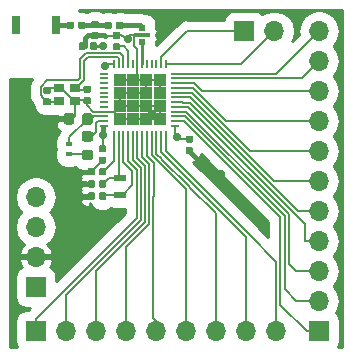
<source format=gbr>
G04 #@! TF.GenerationSoftware,KiCad,Pcbnew,(5.0.1)-3*
G04 #@! TF.CreationDate,2019-09-28T19:14:33-04:00*
G04 #@! TF.ProjectId,NRF,4E52462E6B696361645F706362000000,rev?*
G04 #@! TF.SameCoordinates,Original*
G04 #@! TF.FileFunction,Copper,L1,Top,Signal*
G04 #@! TF.FilePolarity,Positive*
%FSLAX46Y46*%
G04 Gerber Fmt 4.6, Leading zero omitted, Abs format (unit mm)*
G04 Created by KiCad (PCBNEW (5.0.1)-3) date 9/28/2019 7:14:33 PM*
%MOMM*%
%LPD*%
G01*
G04 APERTURE LIST*
G04 #@! TA.AperFunction,Conductor*
%ADD10C,0.100000*%
G04 #@! TD*
G04 #@! TA.AperFunction,SMDPad,CuDef*
%ADD11C,0.590000*%
G04 #@! TD*
G04 #@! TA.AperFunction,ComponentPad*
%ADD12R,1.700000X1.700000*%
G04 #@! TD*
G04 #@! TA.AperFunction,ComponentPad*
%ADD13O,1.700000X1.700000*%
G04 #@! TD*
G04 #@! TA.AperFunction,SMDPad,CuDef*
%ADD14R,0.900000X0.800000*%
G04 #@! TD*
G04 #@! TA.AperFunction,SMDPad,CuDef*
%ADD15R,0.599440X0.398780*%
G04 #@! TD*
G04 #@! TA.AperFunction,SMDPad,CuDef*
%ADD16R,1.100000X0.600000*%
G04 #@! TD*
G04 #@! TA.AperFunction,SMDPad,CuDef*
%ADD17R,0.800000X1.600000*%
G04 #@! TD*
G04 #@! TA.AperFunction,SMDPad,CuDef*
%ADD18C,0.875000*%
G04 #@! TD*
G04 #@! TA.AperFunction,SMDPad,CuDef*
%ADD19R,0.700000X0.300000*%
G04 #@! TD*
G04 #@! TA.AperFunction,SMDPad,CuDef*
%ADD20R,0.600000X0.600000*%
G04 #@! TD*
G04 #@! TA.AperFunction,SMDPad,CuDef*
%ADD21R,1.112500X1.112500*%
G04 #@! TD*
G04 #@! TA.AperFunction,SMDPad,CuDef*
%ADD22R,0.800000X0.200000*%
G04 #@! TD*
G04 #@! TA.AperFunction,SMDPad,CuDef*
%ADD23R,0.200000X0.800000*%
G04 #@! TD*
G04 #@! TA.AperFunction,ViaPad*
%ADD24C,0.700000*%
G04 #@! TD*
G04 #@! TA.AperFunction,Conductor*
%ADD25C,0.460000*%
G04 #@! TD*
G04 #@! TA.AperFunction,Conductor*
%ADD26C,0.152000*%
G04 #@! TD*
G04 #@! TA.AperFunction,Conductor*
%ADD27C,0.457200*%
G04 #@! TD*
G04 #@! TA.AperFunction,Conductor*
%ADD28C,0.152400*%
G04 #@! TD*
G04 #@! TA.AperFunction,Conductor*
%ADD29C,0.203200*%
G04 #@! TD*
G04 #@! TA.AperFunction,Conductor*
%ADD30C,0.229000*%
G04 #@! TD*
G04 #@! TA.AperFunction,Conductor*
%ADD31C,0.254000*%
G04 #@! TD*
G04 APERTURE END LIST*
D10*
G04 #@! TO.N,DGND*
G04 #@! TO.C,C2*
G36*
X209731958Y-109380710D02*
X209746276Y-109382834D01*
X209760317Y-109386351D01*
X209773946Y-109391228D01*
X209787031Y-109397417D01*
X209799447Y-109404858D01*
X209811073Y-109413481D01*
X209821798Y-109423202D01*
X209831519Y-109433927D01*
X209840142Y-109445553D01*
X209847583Y-109457969D01*
X209853772Y-109471054D01*
X209858649Y-109484683D01*
X209862166Y-109498724D01*
X209864290Y-109513042D01*
X209865000Y-109527500D01*
X209865000Y-109872500D01*
X209864290Y-109886958D01*
X209862166Y-109901276D01*
X209858649Y-109915317D01*
X209853772Y-109928946D01*
X209847583Y-109942031D01*
X209840142Y-109954447D01*
X209831519Y-109966073D01*
X209821798Y-109976798D01*
X209811073Y-109986519D01*
X209799447Y-109995142D01*
X209787031Y-110002583D01*
X209773946Y-110008772D01*
X209760317Y-110013649D01*
X209746276Y-110017166D01*
X209731958Y-110019290D01*
X209717500Y-110020000D01*
X209422500Y-110020000D01*
X209408042Y-110019290D01*
X209393724Y-110017166D01*
X209379683Y-110013649D01*
X209366054Y-110008772D01*
X209352969Y-110002583D01*
X209340553Y-109995142D01*
X209328927Y-109986519D01*
X209318202Y-109976798D01*
X209308481Y-109966073D01*
X209299858Y-109954447D01*
X209292417Y-109942031D01*
X209286228Y-109928946D01*
X209281351Y-109915317D01*
X209277834Y-109901276D01*
X209275710Y-109886958D01*
X209275000Y-109872500D01*
X209275000Y-109527500D01*
X209275710Y-109513042D01*
X209277834Y-109498724D01*
X209281351Y-109484683D01*
X209286228Y-109471054D01*
X209292417Y-109457969D01*
X209299858Y-109445553D01*
X209308481Y-109433927D01*
X209318202Y-109423202D01*
X209328927Y-109413481D01*
X209340553Y-109404858D01*
X209352969Y-109397417D01*
X209366054Y-109391228D01*
X209379683Y-109386351D01*
X209393724Y-109382834D01*
X209408042Y-109380710D01*
X209422500Y-109380000D01*
X209717500Y-109380000D01*
X209731958Y-109380710D01*
X209731958Y-109380710D01*
G37*
D11*
G04 #@! TD*
G04 #@! TO.P,C2,2*
G04 #@! TO.N,DGND*
X209570000Y-109700000D03*
D10*
G04 #@! TO.N,/DEC1*
G04 #@! TO.C,C2*
G36*
X210701958Y-109380710D02*
X210716276Y-109382834D01*
X210730317Y-109386351D01*
X210743946Y-109391228D01*
X210757031Y-109397417D01*
X210769447Y-109404858D01*
X210781073Y-109413481D01*
X210791798Y-109423202D01*
X210801519Y-109433927D01*
X210810142Y-109445553D01*
X210817583Y-109457969D01*
X210823772Y-109471054D01*
X210828649Y-109484683D01*
X210832166Y-109498724D01*
X210834290Y-109513042D01*
X210835000Y-109527500D01*
X210835000Y-109872500D01*
X210834290Y-109886958D01*
X210832166Y-109901276D01*
X210828649Y-109915317D01*
X210823772Y-109928946D01*
X210817583Y-109942031D01*
X210810142Y-109954447D01*
X210801519Y-109966073D01*
X210791798Y-109976798D01*
X210781073Y-109986519D01*
X210769447Y-109995142D01*
X210757031Y-110002583D01*
X210743946Y-110008772D01*
X210730317Y-110013649D01*
X210716276Y-110017166D01*
X210701958Y-110019290D01*
X210687500Y-110020000D01*
X210392500Y-110020000D01*
X210378042Y-110019290D01*
X210363724Y-110017166D01*
X210349683Y-110013649D01*
X210336054Y-110008772D01*
X210322969Y-110002583D01*
X210310553Y-109995142D01*
X210298927Y-109986519D01*
X210288202Y-109976798D01*
X210278481Y-109966073D01*
X210269858Y-109954447D01*
X210262417Y-109942031D01*
X210256228Y-109928946D01*
X210251351Y-109915317D01*
X210247834Y-109901276D01*
X210245710Y-109886958D01*
X210245000Y-109872500D01*
X210245000Y-109527500D01*
X210245710Y-109513042D01*
X210247834Y-109498724D01*
X210251351Y-109484683D01*
X210256228Y-109471054D01*
X210262417Y-109457969D01*
X210269858Y-109445553D01*
X210278481Y-109433927D01*
X210288202Y-109423202D01*
X210298927Y-109413481D01*
X210310553Y-109404858D01*
X210322969Y-109397417D01*
X210336054Y-109391228D01*
X210349683Y-109386351D01*
X210363724Y-109382834D01*
X210378042Y-109380710D01*
X210392500Y-109380000D01*
X210687500Y-109380000D01*
X210701958Y-109380710D01*
X210701958Y-109380710D01*
G37*
D11*
G04 #@! TD*
G04 #@! TO.P,C2,1*
G04 #@! TO.N,/DEC1*
X210540000Y-109700000D03*
D10*
G04 #@! TO.N,Net-(C9-Pad1)*
G04 #@! TO.C,C9*
G36*
X210701958Y-110420710D02*
X210716276Y-110422834D01*
X210730317Y-110426351D01*
X210743946Y-110431228D01*
X210757031Y-110437417D01*
X210769447Y-110444858D01*
X210781073Y-110453481D01*
X210791798Y-110463202D01*
X210801519Y-110473927D01*
X210810142Y-110485553D01*
X210817583Y-110497969D01*
X210823772Y-110511054D01*
X210828649Y-110524683D01*
X210832166Y-110538724D01*
X210834290Y-110553042D01*
X210835000Y-110567500D01*
X210835000Y-110912500D01*
X210834290Y-110926958D01*
X210832166Y-110941276D01*
X210828649Y-110955317D01*
X210823772Y-110968946D01*
X210817583Y-110982031D01*
X210810142Y-110994447D01*
X210801519Y-111006073D01*
X210791798Y-111016798D01*
X210781073Y-111026519D01*
X210769447Y-111035142D01*
X210757031Y-111042583D01*
X210743946Y-111048772D01*
X210730317Y-111053649D01*
X210716276Y-111057166D01*
X210701958Y-111059290D01*
X210687500Y-111060000D01*
X210392500Y-111060000D01*
X210378042Y-111059290D01*
X210363724Y-111057166D01*
X210349683Y-111053649D01*
X210336054Y-111048772D01*
X210322969Y-111042583D01*
X210310553Y-111035142D01*
X210298927Y-111026519D01*
X210288202Y-111016798D01*
X210278481Y-111006073D01*
X210269858Y-110994447D01*
X210262417Y-110982031D01*
X210256228Y-110968946D01*
X210251351Y-110955317D01*
X210247834Y-110941276D01*
X210245710Y-110926958D01*
X210245000Y-110912500D01*
X210245000Y-110567500D01*
X210245710Y-110553042D01*
X210247834Y-110538724D01*
X210251351Y-110524683D01*
X210256228Y-110511054D01*
X210262417Y-110497969D01*
X210269858Y-110485553D01*
X210278481Y-110473927D01*
X210288202Y-110463202D01*
X210298927Y-110453481D01*
X210310553Y-110444858D01*
X210322969Y-110437417D01*
X210336054Y-110431228D01*
X210349683Y-110426351D01*
X210363724Y-110422834D01*
X210378042Y-110420710D01*
X210392500Y-110420000D01*
X210687500Y-110420000D01*
X210701958Y-110420710D01*
X210701958Y-110420710D01*
G37*
D11*
G04 #@! TD*
G04 #@! TO.P,C9,1*
G04 #@! TO.N,Net-(C9-Pad1)*
X210540000Y-110740000D03*
D10*
G04 #@! TO.N,DGND*
G04 #@! TO.C,C9*
G36*
X209731958Y-110420710D02*
X209746276Y-110422834D01*
X209760317Y-110426351D01*
X209773946Y-110431228D01*
X209787031Y-110437417D01*
X209799447Y-110444858D01*
X209811073Y-110453481D01*
X209821798Y-110463202D01*
X209831519Y-110473927D01*
X209840142Y-110485553D01*
X209847583Y-110497969D01*
X209853772Y-110511054D01*
X209858649Y-110524683D01*
X209862166Y-110538724D01*
X209864290Y-110553042D01*
X209865000Y-110567500D01*
X209865000Y-110912500D01*
X209864290Y-110926958D01*
X209862166Y-110941276D01*
X209858649Y-110955317D01*
X209853772Y-110968946D01*
X209847583Y-110982031D01*
X209840142Y-110994447D01*
X209831519Y-111006073D01*
X209821798Y-111016798D01*
X209811073Y-111026519D01*
X209799447Y-111035142D01*
X209787031Y-111042583D01*
X209773946Y-111048772D01*
X209760317Y-111053649D01*
X209746276Y-111057166D01*
X209731958Y-111059290D01*
X209717500Y-111060000D01*
X209422500Y-111060000D01*
X209408042Y-111059290D01*
X209393724Y-111057166D01*
X209379683Y-111053649D01*
X209366054Y-111048772D01*
X209352969Y-111042583D01*
X209340553Y-111035142D01*
X209328927Y-111026519D01*
X209318202Y-111016798D01*
X209308481Y-111006073D01*
X209299858Y-110994447D01*
X209292417Y-110982031D01*
X209286228Y-110968946D01*
X209281351Y-110955317D01*
X209277834Y-110941276D01*
X209275710Y-110926958D01*
X209275000Y-110912500D01*
X209275000Y-110567500D01*
X209275710Y-110553042D01*
X209277834Y-110538724D01*
X209281351Y-110524683D01*
X209286228Y-110511054D01*
X209292417Y-110497969D01*
X209299858Y-110485553D01*
X209308481Y-110473927D01*
X209318202Y-110463202D01*
X209328927Y-110453481D01*
X209340553Y-110444858D01*
X209352969Y-110437417D01*
X209366054Y-110431228D01*
X209379683Y-110426351D01*
X209393724Y-110422834D01*
X209408042Y-110420710D01*
X209422500Y-110420000D01*
X209717500Y-110420000D01*
X209731958Y-110420710D01*
X209731958Y-110420710D01*
G37*
D11*
G04 #@! TD*
G04 #@! TO.P,C9,2*
G04 #@! TO.N,DGND*
X209570000Y-110740000D03*
D10*
G04 #@! TO.N,/DVDD*
G04 #@! TO.C,C5*
G36*
X210696958Y-107465710D02*
X210711276Y-107467834D01*
X210725317Y-107471351D01*
X210738946Y-107476228D01*
X210752031Y-107482417D01*
X210764447Y-107489858D01*
X210776073Y-107498481D01*
X210786798Y-107508202D01*
X210796519Y-107518927D01*
X210805142Y-107530553D01*
X210812583Y-107542969D01*
X210818772Y-107556054D01*
X210823649Y-107569683D01*
X210827166Y-107583724D01*
X210829290Y-107598042D01*
X210830000Y-107612500D01*
X210830000Y-107907500D01*
X210829290Y-107921958D01*
X210827166Y-107936276D01*
X210823649Y-107950317D01*
X210818772Y-107963946D01*
X210812583Y-107977031D01*
X210805142Y-107989447D01*
X210796519Y-108001073D01*
X210786798Y-108011798D01*
X210776073Y-108021519D01*
X210764447Y-108030142D01*
X210752031Y-108037583D01*
X210738946Y-108043772D01*
X210725317Y-108048649D01*
X210711276Y-108052166D01*
X210696958Y-108054290D01*
X210682500Y-108055000D01*
X210337500Y-108055000D01*
X210323042Y-108054290D01*
X210308724Y-108052166D01*
X210294683Y-108048649D01*
X210281054Y-108043772D01*
X210267969Y-108037583D01*
X210255553Y-108030142D01*
X210243927Y-108021519D01*
X210233202Y-108011798D01*
X210223481Y-108001073D01*
X210214858Y-107989447D01*
X210207417Y-107977031D01*
X210201228Y-107963946D01*
X210196351Y-107950317D01*
X210192834Y-107936276D01*
X210190710Y-107921958D01*
X210190000Y-107907500D01*
X210190000Y-107612500D01*
X210190710Y-107598042D01*
X210192834Y-107583724D01*
X210196351Y-107569683D01*
X210201228Y-107556054D01*
X210207417Y-107542969D01*
X210214858Y-107530553D01*
X210223481Y-107518927D01*
X210233202Y-107508202D01*
X210243927Y-107498481D01*
X210255553Y-107489858D01*
X210267969Y-107482417D01*
X210281054Y-107476228D01*
X210294683Y-107471351D01*
X210308724Y-107467834D01*
X210323042Y-107465710D01*
X210337500Y-107465000D01*
X210682500Y-107465000D01*
X210696958Y-107465710D01*
X210696958Y-107465710D01*
G37*
D11*
G04 #@! TD*
G04 #@! TO.P,C5,2*
G04 #@! TO.N,/DVDD*
X210510000Y-107760000D03*
D10*
G04 #@! TO.N,DGND*
G04 #@! TO.C,C5*
G36*
X210696958Y-108435710D02*
X210711276Y-108437834D01*
X210725317Y-108441351D01*
X210738946Y-108446228D01*
X210752031Y-108452417D01*
X210764447Y-108459858D01*
X210776073Y-108468481D01*
X210786798Y-108478202D01*
X210796519Y-108488927D01*
X210805142Y-108500553D01*
X210812583Y-108512969D01*
X210818772Y-108526054D01*
X210823649Y-108539683D01*
X210827166Y-108553724D01*
X210829290Y-108568042D01*
X210830000Y-108582500D01*
X210830000Y-108877500D01*
X210829290Y-108891958D01*
X210827166Y-108906276D01*
X210823649Y-108920317D01*
X210818772Y-108933946D01*
X210812583Y-108947031D01*
X210805142Y-108959447D01*
X210796519Y-108971073D01*
X210786798Y-108981798D01*
X210776073Y-108991519D01*
X210764447Y-109000142D01*
X210752031Y-109007583D01*
X210738946Y-109013772D01*
X210725317Y-109018649D01*
X210711276Y-109022166D01*
X210696958Y-109024290D01*
X210682500Y-109025000D01*
X210337500Y-109025000D01*
X210323042Y-109024290D01*
X210308724Y-109022166D01*
X210294683Y-109018649D01*
X210281054Y-109013772D01*
X210267969Y-109007583D01*
X210255553Y-109000142D01*
X210243927Y-108991519D01*
X210233202Y-108981798D01*
X210223481Y-108971073D01*
X210214858Y-108959447D01*
X210207417Y-108947031D01*
X210201228Y-108933946D01*
X210196351Y-108920317D01*
X210192834Y-108906276D01*
X210190710Y-108891958D01*
X210190000Y-108877500D01*
X210190000Y-108582500D01*
X210190710Y-108568042D01*
X210192834Y-108553724D01*
X210196351Y-108539683D01*
X210201228Y-108526054D01*
X210207417Y-108512969D01*
X210214858Y-108500553D01*
X210223481Y-108488927D01*
X210233202Y-108478202D01*
X210243927Y-108468481D01*
X210255553Y-108459858D01*
X210267969Y-108452417D01*
X210281054Y-108446228D01*
X210294683Y-108441351D01*
X210308724Y-108437834D01*
X210323042Y-108435710D01*
X210337500Y-108435000D01*
X210682500Y-108435000D01*
X210696958Y-108435710D01*
X210696958Y-108435710D01*
G37*
D11*
G04 #@! TD*
G04 #@! TO.P,C5,1*
G04 #@! TO.N,DGND*
X210510000Y-108730000D03*
D12*
G04 #@! TO.P,J2,1*
G04 #@! TO.N,/MAX30003_CSB*
X228854000Y-123190000D03*
D13*
G04 #@! TO.P,J2,2*
G04 #@! TO.N,/MAX30003_SCLK*
X228854000Y-120650000D03*
G04 #@! TO.P,J2,3*
G04 #@! TO.N,/MAX30003_SDI*
X228854000Y-118110000D03*
G04 #@! TO.P,J2,4*
G04 #@! TO.N,/MAX30003_SDO*
X228854000Y-115570000D03*
G04 #@! TO.P,J2,5*
G04 #@! TO.N,/MAX30003_INT2*
X228854000Y-113030000D03*
G04 #@! TO.P,J2,6*
G04 #@! TO.N,/MAX30003_INT*
X228854000Y-110490000D03*
G04 #@! TO.P,J2,7*
G04 #@! TO.N,/P17*
X228854000Y-107950000D03*
G04 #@! TO.P,J2,8*
G04 #@! TO.N,/BMI_INT2*
X228854000Y-105410000D03*
G04 #@! TO.P,J2,9*
G04 #@! TO.N,/BMI_INT1*
X228854000Y-102870000D03*
G04 #@! TO.P,J2,10*
G04 #@! TO.N,/BMI_SDA*
X228854000Y-100330000D03*
G04 #@! TO.P,J2,11*
G04 #@! TO.N,/BMI_SCL*
X228854000Y-97790000D03*
G04 #@! TD*
D14*
G04 #@! TO.P,X1,4*
G04 #@! TO.N,DGND*
X206830000Y-102608000D03*
G04 #@! TO.P,X1,3*
G04 #@! TO.N,Net-(C8-Pad2)*
X208230000Y-102608000D03*
G04 #@! TO.P,X1,1*
G04 #@! TO.N,Net-(C6-Pad2)*
X206830000Y-103708000D03*
G04 #@! TO.P,X1,2*
G04 #@! TO.N,DGND*
X208230000Y-103708000D03*
G04 #@! TD*
D15*
G04 #@! TO.P,L2,1*
G04 #@! TO.N,Net-(L1-Pad2)*
X207720000Y-108240000D03*
G04 #@! TO.P,L2,2*
G04 #@! TO.N,Net-(C1-Pad1)*
X207720000Y-107340840D03*
G04 #@! TD*
D16*
G04 #@! TO.P,X2,1*
G04 #@! TO.N,Net-(C11-Pad1)*
X211980000Y-111640000D03*
G04 #@! TO.P,X2,2*
G04 #@! TO.N,Net-(C9-Pad1)*
X211980000Y-110240000D03*
G04 #@! TD*
D12*
G04 #@! TO.P,J1,1*
G04 #@! TO.N,/P02*
X204880000Y-123190000D03*
D13*
G04 #@! TO.P,J1,2*
G04 #@! TO.N,/LOAD_SW_CTRL*
X207420000Y-123190000D03*
G04 #@! TO.P,J1,3*
G04 #@! TO.N,/AIN_BAT_DIV_VOLTAGE*
X209960000Y-123190000D03*
G04 #@! TO.P,J1,4*
G04 #@! TO.N,/P05*
X212500000Y-123190000D03*
G04 #@! TO.P,J1,5*
G04 #@! TO.N,/P06*
X215040000Y-123190000D03*
G04 #@! TO.P,J1,6*
G04 #@! TO.N,/P07*
X217580000Y-123190000D03*
G04 #@! TO.P,J1,7*
G04 #@! TO.N,/P08*
X220120000Y-123190000D03*
G04 #@! TO.P,J1,8*
G04 #@! TO.N,/P09*
X222660000Y-123190000D03*
G04 #@! TO.P,J1,9*
G04 #@! TO.N,/P10*
X225200000Y-123190000D03*
G04 #@! TD*
G04 #@! TO.P,J3,2*
G04 #@! TO.N,/SWDCLK*
X225060000Y-97810000D03*
D12*
G04 #@! TO.P,J3,1*
G04 #@! TO.N,/SWDIO*
X222520000Y-97810000D03*
G04 #@! TD*
D10*
G04 #@! TO.N,DGND*
G04 #@! TO.C,C11*
G36*
X209731958Y-111450710D02*
X209746276Y-111452834D01*
X209760317Y-111456351D01*
X209773946Y-111461228D01*
X209787031Y-111467417D01*
X209799447Y-111474858D01*
X209811073Y-111483481D01*
X209821798Y-111493202D01*
X209831519Y-111503927D01*
X209840142Y-111515553D01*
X209847583Y-111527969D01*
X209853772Y-111541054D01*
X209858649Y-111554683D01*
X209862166Y-111568724D01*
X209864290Y-111583042D01*
X209865000Y-111597500D01*
X209865000Y-111942500D01*
X209864290Y-111956958D01*
X209862166Y-111971276D01*
X209858649Y-111985317D01*
X209853772Y-111998946D01*
X209847583Y-112012031D01*
X209840142Y-112024447D01*
X209831519Y-112036073D01*
X209821798Y-112046798D01*
X209811073Y-112056519D01*
X209799447Y-112065142D01*
X209787031Y-112072583D01*
X209773946Y-112078772D01*
X209760317Y-112083649D01*
X209746276Y-112087166D01*
X209731958Y-112089290D01*
X209717500Y-112090000D01*
X209422500Y-112090000D01*
X209408042Y-112089290D01*
X209393724Y-112087166D01*
X209379683Y-112083649D01*
X209366054Y-112078772D01*
X209352969Y-112072583D01*
X209340553Y-112065142D01*
X209328927Y-112056519D01*
X209318202Y-112046798D01*
X209308481Y-112036073D01*
X209299858Y-112024447D01*
X209292417Y-112012031D01*
X209286228Y-111998946D01*
X209281351Y-111985317D01*
X209277834Y-111971276D01*
X209275710Y-111956958D01*
X209275000Y-111942500D01*
X209275000Y-111597500D01*
X209275710Y-111583042D01*
X209277834Y-111568724D01*
X209281351Y-111554683D01*
X209286228Y-111541054D01*
X209292417Y-111527969D01*
X209299858Y-111515553D01*
X209308481Y-111503927D01*
X209318202Y-111493202D01*
X209328927Y-111483481D01*
X209340553Y-111474858D01*
X209352969Y-111467417D01*
X209366054Y-111461228D01*
X209379683Y-111456351D01*
X209393724Y-111452834D01*
X209408042Y-111450710D01*
X209422500Y-111450000D01*
X209717500Y-111450000D01*
X209731958Y-111450710D01*
X209731958Y-111450710D01*
G37*
D11*
G04 #@! TD*
G04 #@! TO.P,C11,2*
G04 #@! TO.N,DGND*
X209570000Y-111770000D03*
D10*
G04 #@! TO.N,Net-(C11-Pad1)*
G04 #@! TO.C,C11*
G36*
X210701958Y-111450710D02*
X210716276Y-111452834D01*
X210730317Y-111456351D01*
X210743946Y-111461228D01*
X210757031Y-111467417D01*
X210769447Y-111474858D01*
X210781073Y-111483481D01*
X210791798Y-111493202D01*
X210801519Y-111503927D01*
X210810142Y-111515553D01*
X210817583Y-111527969D01*
X210823772Y-111541054D01*
X210828649Y-111554683D01*
X210832166Y-111568724D01*
X210834290Y-111583042D01*
X210835000Y-111597500D01*
X210835000Y-111942500D01*
X210834290Y-111956958D01*
X210832166Y-111971276D01*
X210828649Y-111985317D01*
X210823772Y-111998946D01*
X210817583Y-112012031D01*
X210810142Y-112024447D01*
X210801519Y-112036073D01*
X210791798Y-112046798D01*
X210781073Y-112056519D01*
X210769447Y-112065142D01*
X210757031Y-112072583D01*
X210743946Y-112078772D01*
X210730317Y-112083649D01*
X210716276Y-112087166D01*
X210701958Y-112089290D01*
X210687500Y-112090000D01*
X210392500Y-112090000D01*
X210378042Y-112089290D01*
X210363724Y-112087166D01*
X210349683Y-112083649D01*
X210336054Y-112078772D01*
X210322969Y-112072583D01*
X210310553Y-112065142D01*
X210298927Y-112056519D01*
X210288202Y-112046798D01*
X210278481Y-112036073D01*
X210269858Y-112024447D01*
X210262417Y-112012031D01*
X210256228Y-111998946D01*
X210251351Y-111985317D01*
X210247834Y-111971276D01*
X210245710Y-111956958D01*
X210245000Y-111942500D01*
X210245000Y-111597500D01*
X210245710Y-111583042D01*
X210247834Y-111568724D01*
X210251351Y-111554683D01*
X210256228Y-111541054D01*
X210262417Y-111527969D01*
X210269858Y-111515553D01*
X210278481Y-111503927D01*
X210288202Y-111493202D01*
X210298927Y-111483481D01*
X210310553Y-111474858D01*
X210322969Y-111467417D01*
X210336054Y-111461228D01*
X210349683Y-111456351D01*
X210363724Y-111452834D01*
X210378042Y-111450710D01*
X210392500Y-111450000D01*
X210687500Y-111450000D01*
X210701958Y-111450710D01*
X210701958Y-111450710D01*
G37*
D11*
G04 #@! TD*
G04 #@! TO.P,C11,1*
G04 #@! TO.N,Net-(C11-Pad1)*
X210540000Y-111770000D03*
D10*
G04 #@! TO.N,/DVDD*
G04 #@! TO.C,C12*
G36*
X218056958Y-106643710D02*
X218071276Y-106645834D01*
X218085317Y-106649351D01*
X218098946Y-106654228D01*
X218112031Y-106660417D01*
X218124447Y-106667858D01*
X218136073Y-106676481D01*
X218146798Y-106686202D01*
X218156519Y-106696927D01*
X218165142Y-106708553D01*
X218172583Y-106720969D01*
X218178772Y-106734054D01*
X218183649Y-106747683D01*
X218187166Y-106761724D01*
X218189290Y-106776042D01*
X218190000Y-106790500D01*
X218190000Y-107085500D01*
X218189290Y-107099958D01*
X218187166Y-107114276D01*
X218183649Y-107128317D01*
X218178772Y-107141946D01*
X218172583Y-107155031D01*
X218165142Y-107167447D01*
X218156519Y-107179073D01*
X218146798Y-107189798D01*
X218136073Y-107199519D01*
X218124447Y-107208142D01*
X218112031Y-107215583D01*
X218098946Y-107221772D01*
X218085317Y-107226649D01*
X218071276Y-107230166D01*
X218056958Y-107232290D01*
X218042500Y-107233000D01*
X217697500Y-107233000D01*
X217683042Y-107232290D01*
X217668724Y-107230166D01*
X217654683Y-107226649D01*
X217641054Y-107221772D01*
X217627969Y-107215583D01*
X217615553Y-107208142D01*
X217603927Y-107199519D01*
X217593202Y-107189798D01*
X217583481Y-107179073D01*
X217574858Y-107167447D01*
X217567417Y-107155031D01*
X217561228Y-107141946D01*
X217556351Y-107128317D01*
X217552834Y-107114276D01*
X217550710Y-107099958D01*
X217550000Y-107085500D01*
X217550000Y-106790500D01*
X217550710Y-106776042D01*
X217552834Y-106761724D01*
X217556351Y-106747683D01*
X217561228Y-106734054D01*
X217567417Y-106720969D01*
X217574858Y-106708553D01*
X217583481Y-106696927D01*
X217593202Y-106686202D01*
X217603927Y-106676481D01*
X217615553Y-106667858D01*
X217627969Y-106660417D01*
X217641054Y-106654228D01*
X217654683Y-106649351D01*
X217668724Y-106645834D01*
X217683042Y-106643710D01*
X217697500Y-106643000D01*
X218042500Y-106643000D01*
X218056958Y-106643710D01*
X218056958Y-106643710D01*
G37*
D11*
G04 #@! TD*
G04 #@! TO.P,C12,1*
G04 #@! TO.N,/DVDD*
X217870000Y-106938000D03*
D10*
G04 #@! TO.N,DGND*
G04 #@! TO.C,C12*
G36*
X218056958Y-107613710D02*
X218071276Y-107615834D01*
X218085317Y-107619351D01*
X218098946Y-107624228D01*
X218112031Y-107630417D01*
X218124447Y-107637858D01*
X218136073Y-107646481D01*
X218146798Y-107656202D01*
X218156519Y-107666927D01*
X218165142Y-107678553D01*
X218172583Y-107690969D01*
X218178772Y-107704054D01*
X218183649Y-107717683D01*
X218187166Y-107731724D01*
X218189290Y-107746042D01*
X218190000Y-107760500D01*
X218190000Y-108055500D01*
X218189290Y-108069958D01*
X218187166Y-108084276D01*
X218183649Y-108098317D01*
X218178772Y-108111946D01*
X218172583Y-108125031D01*
X218165142Y-108137447D01*
X218156519Y-108149073D01*
X218146798Y-108159798D01*
X218136073Y-108169519D01*
X218124447Y-108178142D01*
X218112031Y-108185583D01*
X218098946Y-108191772D01*
X218085317Y-108196649D01*
X218071276Y-108200166D01*
X218056958Y-108202290D01*
X218042500Y-108203000D01*
X217697500Y-108203000D01*
X217683042Y-108202290D01*
X217668724Y-108200166D01*
X217654683Y-108196649D01*
X217641054Y-108191772D01*
X217627969Y-108185583D01*
X217615553Y-108178142D01*
X217603927Y-108169519D01*
X217593202Y-108159798D01*
X217583481Y-108149073D01*
X217574858Y-108137447D01*
X217567417Y-108125031D01*
X217561228Y-108111946D01*
X217556351Y-108098317D01*
X217552834Y-108084276D01*
X217550710Y-108069958D01*
X217550000Y-108055500D01*
X217550000Y-107760500D01*
X217550710Y-107746042D01*
X217552834Y-107731724D01*
X217556351Y-107717683D01*
X217561228Y-107704054D01*
X217567417Y-107690969D01*
X217574858Y-107678553D01*
X217583481Y-107666927D01*
X217593202Y-107656202D01*
X217603927Y-107646481D01*
X217615553Y-107637858D01*
X217627969Y-107630417D01*
X217641054Y-107624228D01*
X217654683Y-107619351D01*
X217668724Y-107615834D01*
X217683042Y-107613710D01*
X217697500Y-107613000D01*
X218042500Y-107613000D01*
X218056958Y-107613710D01*
X218056958Y-107613710D01*
G37*
D11*
G04 #@! TD*
G04 #@! TO.P,C12,2*
G04 #@! TO.N,DGND*
X217870000Y-107908000D03*
D17*
G04 #@! TO.P,A1,2*
G04 #@! TO.N,N/C*
X203225000Y-97281000D03*
G04 #@! TO.P,A1,1*
G04 #@! TO.N,Net-(A1-Pad1)*
X206625000Y-97281000D03*
G04 #@! TD*
D10*
G04 #@! TO.N,DGND*
G04 #@! TO.C,C1*
G36*
X207922691Y-104756053D02*
X207943926Y-104759203D01*
X207964750Y-104764419D01*
X207984962Y-104771651D01*
X208004368Y-104780830D01*
X208022781Y-104791866D01*
X208040024Y-104804654D01*
X208055930Y-104819070D01*
X208070346Y-104834976D01*
X208083134Y-104852219D01*
X208094170Y-104870632D01*
X208103349Y-104890038D01*
X208110581Y-104910250D01*
X208115797Y-104931074D01*
X208118947Y-104952309D01*
X208120000Y-104973750D01*
X208120000Y-105486250D01*
X208118947Y-105507691D01*
X208115797Y-105528926D01*
X208110581Y-105549750D01*
X208103349Y-105569962D01*
X208094170Y-105589368D01*
X208083134Y-105607781D01*
X208070346Y-105625024D01*
X208055930Y-105640930D01*
X208040024Y-105655346D01*
X208022781Y-105668134D01*
X208004368Y-105679170D01*
X207984962Y-105688349D01*
X207964750Y-105695581D01*
X207943926Y-105700797D01*
X207922691Y-105703947D01*
X207901250Y-105705000D01*
X207463750Y-105705000D01*
X207442309Y-105703947D01*
X207421074Y-105700797D01*
X207400250Y-105695581D01*
X207380038Y-105688349D01*
X207360632Y-105679170D01*
X207342219Y-105668134D01*
X207324976Y-105655346D01*
X207309070Y-105640930D01*
X207294654Y-105625024D01*
X207281866Y-105607781D01*
X207270830Y-105589368D01*
X207261651Y-105569962D01*
X207254419Y-105549750D01*
X207249203Y-105528926D01*
X207246053Y-105507691D01*
X207245000Y-105486250D01*
X207245000Y-104973750D01*
X207246053Y-104952309D01*
X207249203Y-104931074D01*
X207254419Y-104910250D01*
X207261651Y-104890038D01*
X207270830Y-104870632D01*
X207281866Y-104852219D01*
X207294654Y-104834976D01*
X207309070Y-104819070D01*
X207324976Y-104804654D01*
X207342219Y-104791866D01*
X207360632Y-104780830D01*
X207380038Y-104771651D01*
X207400250Y-104764419D01*
X207421074Y-104759203D01*
X207442309Y-104756053D01*
X207463750Y-104755000D01*
X207901250Y-104755000D01*
X207922691Y-104756053D01*
X207922691Y-104756053D01*
G37*
D18*
G04 #@! TD*
G04 #@! TO.P,C1,2*
G04 #@! TO.N,DGND*
X207682500Y-105230000D03*
D10*
G04 #@! TO.N,Net-(C1-Pad1)*
G04 #@! TO.C,C1*
G36*
X209497691Y-104756053D02*
X209518926Y-104759203D01*
X209539750Y-104764419D01*
X209559962Y-104771651D01*
X209579368Y-104780830D01*
X209597781Y-104791866D01*
X209615024Y-104804654D01*
X209630930Y-104819070D01*
X209645346Y-104834976D01*
X209658134Y-104852219D01*
X209669170Y-104870632D01*
X209678349Y-104890038D01*
X209685581Y-104910250D01*
X209690797Y-104931074D01*
X209693947Y-104952309D01*
X209695000Y-104973750D01*
X209695000Y-105486250D01*
X209693947Y-105507691D01*
X209690797Y-105528926D01*
X209685581Y-105549750D01*
X209678349Y-105569962D01*
X209669170Y-105589368D01*
X209658134Y-105607781D01*
X209645346Y-105625024D01*
X209630930Y-105640930D01*
X209615024Y-105655346D01*
X209597781Y-105668134D01*
X209579368Y-105679170D01*
X209559962Y-105688349D01*
X209539750Y-105695581D01*
X209518926Y-105700797D01*
X209497691Y-105703947D01*
X209476250Y-105705000D01*
X209038750Y-105705000D01*
X209017309Y-105703947D01*
X208996074Y-105700797D01*
X208975250Y-105695581D01*
X208955038Y-105688349D01*
X208935632Y-105679170D01*
X208917219Y-105668134D01*
X208899976Y-105655346D01*
X208884070Y-105640930D01*
X208869654Y-105625024D01*
X208856866Y-105607781D01*
X208845830Y-105589368D01*
X208836651Y-105569962D01*
X208829419Y-105549750D01*
X208824203Y-105528926D01*
X208821053Y-105507691D01*
X208820000Y-105486250D01*
X208820000Y-104973750D01*
X208821053Y-104952309D01*
X208824203Y-104931074D01*
X208829419Y-104910250D01*
X208836651Y-104890038D01*
X208845830Y-104870632D01*
X208856866Y-104852219D01*
X208869654Y-104834976D01*
X208884070Y-104819070D01*
X208899976Y-104804654D01*
X208917219Y-104791866D01*
X208935632Y-104780830D01*
X208955038Y-104771651D01*
X208975250Y-104764419D01*
X208996074Y-104759203D01*
X209017309Y-104756053D01*
X209038750Y-104755000D01*
X209476250Y-104755000D01*
X209497691Y-104756053D01*
X209497691Y-104756053D01*
G37*
D18*
G04 #@! TD*
G04 #@! TO.P,C1,1*
G04 #@! TO.N,Net-(C1-Pad1)*
X209257500Y-105230000D03*
D10*
G04 #@! TO.N,DGND*
G04 #@! TO.C,C4*
G36*
X211906958Y-97868710D02*
X211921276Y-97870834D01*
X211935317Y-97874351D01*
X211948946Y-97879228D01*
X211962031Y-97885417D01*
X211974447Y-97892858D01*
X211986073Y-97901481D01*
X211996798Y-97911202D01*
X212006519Y-97921927D01*
X212015142Y-97933553D01*
X212022583Y-97945969D01*
X212028772Y-97959054D01*
X212033649Y-97972683D01*
X212037166Y-97986724D01*
X212039290Y-98001042D01*
X212040000Y-98015500D01*
X212040000Y-98310500D01*
X212039290Y-98324958D01*
X212037166Y-98339276D01*
X212033649Y-98353317D01*
X212028772Y-98366946D01*
X212022583Y-98380031D01*
X212015142Y-98392447D01*
X212006519Y-98404073D01*
X211996798Y-98414798D01*
X211986073Y-98424519D01*
X211974447Y-98433142D01*
X211962031Y-98440583D01*
X211948946Y-98446772D01*
X211935317Y-98451649D01*
X211921276Y-98455166D01*
X211906958Y-98457290D01*
X211892500Y-98458000D01*
X211547500Y-98458000D01*
X211533042Y-98457290D01*
X211518724Y-98455166D01*
X211504683Y-98451649D01*
X211491054Y-98446772D01*
X211477969Y-98440583D01*
X211465553Y-98433142D01*
X211453927Y-98424519D01*
X211443202Y-98414798D01*
X211433481Y-98404073D01*
X211424858Y-98392447D01*
X211417417Y-98380031D01*
X211411228Y-98366946D01*
X211406351Y-98353317D01*
X211402834Y-98339276D01*
X211400710Y-98324958D01*
X211400000Y-98310500D01*
X211400000Y-98015500D01*
X211400710Y-98001042D01*
X211402834Y-97986724D01*
X211406351Y-97972683D01*
X211411228Y-97959054D01*
X211417417Y-97945969D01*
X211424858Y-97933553D01*
X211433481Y-97921927D01*
X211443202Y-97911202D01*
X211453927Y-97901481D01*
X211465553Y-97892858D01*
X211477969Y-97885417D01*
X211491054Y-97879228D01*
X211504683Y-97874351D01*
X211518724Y-97870834D01*
X211533042Y-97868710D01*
X211547500Y-97868000D01*
X211892500Y-97868000D01*
X211906958Y-97868710D01*
X211906958Y-97868710D01*
G37*
D11*
G04 #@! TD*
G04 #@! TO.P,C4,1*
G04 #@! TO.N,DGND*
X211720000Y-98163000D03*
D10*
G04 #@! TO.N,/DEC3*
G04 #@! TO.C,C4*
G36*
X211906958Y-98838710D02*
X211921276Y-98840834D01*
X211935317Y-98844351D01*
X211948946Y-98849228D01*
X211962031Y-98855417D01*
X211974447Y-98862858D01*
X211986073Y-98871481D01*
X211996798Y-98881202D01*
X212006519Y-98891927D01*
X212015142Y-98903553D01*
X212022583Y-98915969D01*
X212028772Y-98929054D01*
X212033649Y-98942683D01*
X212037166Y-98956724D01*
X212039290Y-98971042D01*
X212040000Y-98985500D01*
X212040000Y-99280500D01*
X212039290Y-99294958D01*
X212037166Y-99309276D01*
X212033649Y-99323317D01*
X212028772Y-99336946D01*
X212022583Y-99350031D01*
X212015142Y-99362447D01*
X212006519Y-99374073D01*
X211996798Y-99384798D01*
X211986073Y-99394519D01*
X211974447Y-99403142D01*
X211962031Y-99410583D01*
X211948946Y-99416772D01*
X211935317Y-99421649D01*
X211921276Y-99425166D01*
X211906958Y-99427290D01*
X211892500Y-99428000D01*
X211547500Y-99428000D01*
X211533042Y-99427290D01*
X211518724Y-99425166D01*
X211504683Y-99421649D01*
X211491054Y-99416772D01*
X211477969Y-99410583D01*
X211465553Y-99403142D01*
X211453927Y-99394519D01*
X211443202Y-99384798D01*
X211433481Y-99374073D01*
X211424858Y-99362447D01*
X211417417Y-99350031D01*
X211411228Y-99336946D01*
X211406351Y-99323317D01*
X211402834Y-99309276D01*
X211400710Y-99294958D01*
X211400000Y-99280500D01*
X211400000Y-98985500D01*
X211400710Y-98971042D01*
X211402834Y-98956724D01*
X211406351Y-98942683D01*
X211411228Y-98929054D01*
X211417417Y-98915969D01*
X211424858Y-98903553D01*
X211433481Y-98891927D01*
X211443202Y-98881202D01*
X211453927Y-98871481D01*
X211465553Y-98862858D01*
X211477969Y-98855417D01*
X211491054Y-98849228D01*
X211504683Y-98844351D01*
X211518724Y-98840834D01*
X211533042Y-98838710D01*
X211547500Y-98838000D01*
X211892500Y-98838000D01*
X211906958Y-98838710D01*
X211906958Y-98838710D01*
G37*
D11*
G04 #@! TD*
G04 #@! TO.P,C4,2*
G04 #@! TO.N,/DEC3*
X211720000Y-99133000D03*
D10*
G04 #@! TO.N,Net-(C6-Pad2)*
G04 #@! TO.C,C6*
G36*
X206016958Y-103498710D02*
X206031276Y-103500834D01*
X206045317Y-103504351D01*
X206058946Y-103509228D01*
X206072031Y-103515417D01*
X206084447Y-103522858D01*
X206096073Y-103531481D01*
X206106798Y-103541202D01*
X206116519Y-103551927D01*
X206125142Y-103563553D01*
X206132583Y-103575969D01*
X206138772Y-103589054D01*
X206143649Y-103602683D01*
X206147166Y-103616724D01*
X206149290Y-103631042D01*
X206150000Y-103645500D01*
X206150000Y-103940500D01*
X206149290Y-103954958D01*
X206147166Y-103969276D01*
X206143649Y-103983317D01*
X206138772Y-103996946D01*
X206132583Y-104010031D01*
X206125142Y-104022447D01*
X206116519Y-104034073D01*
X206106798Y-104044798D01*
X206096073Y-104054519D01*
X206084447Y-104063142D01*
X206072031Y-104070583D01*
X206058946Y-104076772D01*
X206045317Y-104081649D01*
X206031276Y-104085166D01*
X206016958Y-104087290D01*
X206002500Y-104088000D01*
X205657500Y-104088000D01*
X205643042Y-104087290D01*
X205628724Y-104085166D01*
X205614683Y-104081649D01*
X205601054Y-104076772D01*
X205587969Y-104070583D01*
X205575553Y-104063142D01*
X205563927Y-104054519D01*
X205553202Y-104044798D01*
X205543481Y-104034073D01*
X205534858Y-104022447D01*
X205527417Y-104010031D01*
X205521228Y-103996946D01*
X205516351Y-103983317D01*
X205512834Y-103969276D01*
X205510710Y-103954958D01*
X205510000Y-103940500D01*
X205510000Y-103645500D01*
X205510710Y-103631042D01*
X205512834Y-103616724D01*
X205516351Y-103602683D01*
X205521228Y-103589054D01*
X205527417Y-103575969D01*
X205534858Y-103563553D01*
X205543481Y-103551927D01*
X205553202Y-103541202D01*
X205563927Y-103531481D01*
X205575553Y-103522858D01*
X205587969Y-103515417D01*
X205601054Y-103509228D01*
X205614683Y-103504351D01*
X205628724Y-103500834D01*
X205643042Y-103498710D01*
X205657500Y-103498000D01*
X206002500Y-103498000D01*
X206016958Y-103498710D01*
X206016958Y-103498710D01*
G37*
D11*
G04 #@! TD*
G04 #@! TO.P,C6,2*
G04 #@! TO.N,Net-(C6-Pad2)*
X205830000Y-103793000D03*
D10*
G04 #@! TO.N,DGND*
G04 #@! TO.C,C6*
G36*
X206016958Y-102528710D02*
X206031276Y-102530834D01*
X206045317Y-102534351D01*
X206058946Y-102539228D01*
X206072031Y-102545417D01*
X206084447Y-102552858D01*
X206096073Y-102561481D01*
X206106798Y-102571202D01*
X206116519Y-102581927D01*
X206125142Y-102593553D01*
X206132583Y-102605969D01*
X206138772Y-102619054D01*
X206143649Y-102632683D01*
X206147166Y-102646724D01*
X206149290Y-102661042D01*
X206150000Y-102675500D01*
X206150000Y-102970500D01*
X206149290Y-102984958D01*
X206147166Y-102999276D01*
X206143649Y-103013317D01*
X206138772Y-103026946D01*
X206132583Y-103040031D01*
X206125142Y-103052447D01*
X206116519Y-103064073D01*
X206106798Y-103074798D01*
X206096073Y-103084519D01*
X206084447Y-103093142D01*
X206072031Y-103100583D01*
X206058946Y-103106772D01*
X206045317Y-103111649D01*
X206031276Y-103115166D01*
X206016958Y-103117290D01*
X206002500Y-103118000D01*
X205657500Y-103118000D01*
X205643042Y-103117290D01*
X205628724Y-103115166D01*
X205614683Y-103111649D01*
X205601054Y-103106772D01*
X205587969Y-103100583D01*
X205575553Y-103093142D01*
X205563927Y-103084519D01*
X205553202Y-103074798D01*
X205543481Y-103064073D01*
X205534858Y-103052447D01*
X205527417Y-103040031D01*
X205521228Y-103026946D01*
X205516351Y-103013317D01*
X205512834Y-102999276D01*
X205510710Y-102984958D01*
X205510000Y-102970500D01*
X205510000Y-102675500D01*
X205510710Y-102661042D01*
X205512834Y-102646724D01*
X205516351Y-102632683D01*
X205521228Y-102619054D01*
X205527417Y-102605969D01*
X205534858Y-102593553D01*
X205543481Y-102581927D01*
X205553202Y-102571202D01*
X205563927Y-102561481D01*
X205575553Y-102552858D01*
X205587969Y-102545417D01*
X205601054Y-102539228D01*
X205614683Y-102534351D01*
X205628724Y-102530834D01*
X205643042Y-102528710D01*
X205657500Y-102528000D01*
X206002500Y-102528000D01*
X206016958Y-102528710D01*
X206016958Y-102528710D01*
G37*
D11*
G04 #@! TD*
G04 #@! TO.P,C6,1*
G04 #@! TO.N,DGND*
X205830000Y-102823000D03*
D10*
G04 #@! TO.N,/DVDD*
G04 #@! TO.C,C7*
G36*
X209927378Y-98748710D02*
X209941696Y-98750834D01*
X209955737Y-98754351D01*
X209969366Y-98759228D01*
X209982451Y-98765417D01*
X209994867Y-98772858D01*
X210006493Y-98781481D01*
X210017218Y-98791202D01*
X210026939Y-98801927D01*
X210035562Y-98813553D01*
X210043003Y-98825969D01*
X210049192Y-98839054D01*
X210054069Y-98852683D01*
X210057586Y-98866724D01*
X210059710Y-98881042D01*
X210060420Y-98895500D01*
X210060420Y-99240500D01*
X210059710Y-99254958D01*
X210057586Y-99269276D01*
X210054069Y-99283317D01*
X210049192Y-99296946D01*
X210043003Y-99310031D01*
X210035562Y-99322447D01*
X210026939Y-99334073D01*
X210017218Y-99344798D01*
X210006493Y-99354519D01*
X209994867Y-99363142D01*
X209982451Y-99370583D01*
X209969366Y-99376772D01*
X209955737Y-99381649D01*
X209941696Y-99385166D01*
X209927378Y-99387290D01*
X209912920Y-99388000D01*
X209617920Y-99388000D01*
X209603462Y-99387290D01*
X209589144Y-99385166D01*
X209575103Y-99381649D01*
X209561474Y-99376772D01*
X209548389Y-99370583D01*
X209535973Y-99363142D01*
X209524347Y-99354519D01*
X209513622Y-99344798D01*
X209503901Y-99334073D01*
X209495278Y-99322447D01*
X209487837Y-99310031D01*
X209481648Y-99296946D01*
X209476771Y-99283317D01*
X209473254Y-99269276D01*
X209471130Y-99254958D01*
X209470420Y-99240500D01*
X209470420Y-98895500D01*
X209471130Y-98881042D01*
X209473254Y-98866724D01*
X209476771Y-98852683D01*
X209481648Y-98839054D01*
X209487837Y-98825969D01*
X209495278Y-98813553D01*
X209503901Y-98801927D01*
X209513622Y-98791202D01*
X209524347Y-98781481D01*
X209535973Y-98772858D01*
X209548389Y-98765417D01*
X209561474Y-98759228D01*
X209575103Y-98754351D01*
X209589144Y-98750834D01*
X209603462Y-98748710D01*
X209617920Y-98748000D01*
X209912920Y-98748000D01*
X209927378Y-98748710D01*
X209927378Y-98748710D01*
G37*
D11*
G04 #@! TD*
G04 #@! TO.P,C7,2*
G04 #@! TO.N,/DVDD*
X209765420Y-99068000D03*
D10*
G04 #@! TO.N,DGND*
G04 #@! TO.C,C7*
G36*
X208957378Y-98748710D02*
X208971696Y-98750834D01*
X208985737Y-98754351D01*
X208999366Y-98759228D01*
X209012451Y-98765417D01*
X209024867Y-98772858D01*
X209036493Y-98781481D01*
X209047218Y-98791202D01*
X209056939Y-98801927D01*
X209065562Y-98813553D01*
X209073003Y-98825969D01*
X209079192Y-98839054D01*
X209084069Y-98852683D01*
X209087586Y-98866724D01*
X209089710Y-98881042D01*
X209090420Y-98895500D01*
X209090420Y-99240500D01*
X209089710Y-99254958D01*
X209087586Y-99269276D01*
X209084069Y-99283317D01*
X209079192Y-99296946D01*
X209073003Y-99310031D01*
X209065562Y-99322447D01*
X209056939Y-99334073D01*
X209047218Y-99344798D01*
X209036493Y-99354519D01*
X209024867Y-99363142D01*
X209012451Y-99370583D01*
X208999366Y-99376772D01*
X208985737Y-99381649D01*
X208971696Y-99385166D01*
X208957378Y-99387290D01*
X208942920Y-99388000D01*
X208647920Y-99388000D01*
X208633462Y-99387290D01*
X208619144Y-99385166D01*
X208605103Y-99381649D01*
X208591474Y-99376772D01*
X208578389Y-99370583D01*
X208565973Y-99363142D01*
X208554347Y-99354519D01*
X208543622Y-99344798D01*
X208533901Y-99334073D01*
X208525278Y-99322447D01*
X208517837Y-99310031D01*
X208511648Y-99296946D01*
X208506771Y-99283317D01*
X208503254Y-99269276D01*
X208501130Y-99254958D01*
X208500420Y-99240500D01*
X208500420Y-98895500D01*
X208501130Y-98881042D01*
X208503254Y-98866724D01*
X208506771Y-98852683D01*
X208511648Y-98839054D01*
X208517837Y-98825969D01*
X208525278Y-98813553D01*
X208533901Y-98801927D01*
X208543622Y-98791202D01*
X208554347Y-98781481D01*
X208565973Y-98772858D01*
X208578389Y-98765417D01*
X208591474Y-98759228D01*
X208605103Y-98754351D01*
X208619144Y-98750834D01*
X208633462Y-98748710D01*
X208647920Y-98748000D01*
X208942920Y-98748000D01*
X208957378Y-98748710D01*
X208957378Y-98748710D01*
G37*
D11*
G04 #@! TD*
G04 #@! TO.P,C7,1*
G04 #@! TO.N,DGND*
X208795420Y-99068000D03*
D10*
G04 #@! TO.N,DGND*
G04 #@! TO.C,C8*
G36*
X209416958Y-103398710D02*
X209431276Y-103400834D01*
X209445317Y-103404351D01*
X209458946Y-103409228D01*
X209472031Y-103415417D01*
X209484447Y-103422858D01*
X209496073Y-103431481D01*
X209506798Y-103441202D01*
X209516519Y-103451927D01*
X209525142Y-103463553D01*
X209532583Y-103475969D01*
X209538772Y-103489054D01*
X209543649Y-103502683D01*
X209547166Y-103516724D01*
X209549290Y-103531042D01*
X209550000Y-103545500D01*
X209550000Y-103840500D01*
X209549290Y-103854958D01*
X209547166Y-103869276D01*
X209543649Y-103883317D01*
X209538772Y-103896946D01*
X209532583Y-103910031D01*
X209525142Y-103922447D01*
X209516519Y-103934073D01*
X209506798Y-103944798D01*
X209496073Y-103954519D01*
X209484447Y-103963142D01*
X209472031Y-103970583D01*
X209458946Y-103976772D01*
X209445317Y-103981649D01*
X209431276Y-103985166D01*
X209416958Y-103987290D01*
X209402500Y-103988000D01*
X209057500Y-103988000D01*
X209043042Y-103987290D01*
X209028724Y-103985166D01*
X209014683Y-103981649D01*
X209001054Y-103976772D01*
X208987969Y-103970583D01*
X208975553Y-103963142D01*
X208963927Y-103954519D01*
X208953202Y-103944798D01*
X208943481Y-103934073D01*
X208934858Y-103922447D01*
X208927417Y-103910031D01*
X208921228Y-103896946D01*
X208916351Y-103883317D01*
X208912834Y-103869276D01*
X208910710Y-103854958D01*
X208910000Y-103840500D01*
X208910000Y-103545500D01*
X208910710Y-103531042D01*
X208912834Y-103516724D01*
X208916351Y-103502683D01*
X208921228Y-103489054D01*
X208927417Y-103475969D01*
X208934858Y-103463553D01*
X208943481Y-103451927D01*
X208953202Y-103441202D01*
X208963927Y-103431481D01*
X208975553Y-103422858D01*
X208987969Y-103415417D01*
X209001054Y-103409228D01*
X209014683Y-103404351D01*
X209028724Y-103400834D01*
X209043042Y-103398710D01*
X209057500Y-103398000D01*
X209402500Y-103398000D01*
X209416958Y-103398710D01*
X209416958Y-103398710D01*
G37*
D11*
G04 #@! TD*
G04 #@! TO.P,C8,1*
G04 #@! TO.N,DGND*
X209230000Y-103693000D03*
D10*
G04 #@! TO.N,Net-(C8-Pad2)*
G04 #@! TO.C,C8*
G36*
X209416958Y-102428710D02*
X209431276Y-102430834D01*
X209445317Y-102434351D01*
X209458946Y-102439228D01*
X209472031Y-102445417D01*
X209484447Y-102452858D01*
X209496073Y-102461481D01*
X209506798Y-102471202D01*
X209516519Y-102481927D01*
X209525142Y-102493553D01*
X209532583Y-102505969D01*
X209538772Y-102519054D01*
X209543649Y-102532683D01*
X209547166Y-102546724D01*
X209549290Y-102561042D01*
X209550000Y-102575500D01*
X209550000Y-102870500D01*
X209549290Y-102884958D01*
X209547166Y-102899276D01*
X209543649Y-102913317D01*
X209538772Y-102926946D01*
X209532583Y-102940031D01*
X209525142Y-102952447D01*
X209516519Y-102964073D01*
X209506798Y-102974798D01*
X209496073Y-102984519D01*
X209484447Y-102993142D01*
X209472031Y-103000583D01*
X209458946Y-103006772D01*
X209445317Y-103011649D01*
X209431276Y-103015166D01*
X209416958Y-103017290D01*
X209402500Y-103018000D01*
X209057500Y-103018000D01*
X209043042Y-103017290D01*
X209028724Y-103015166D01*
X209014683Y-103011649D01*
X209001054Y-103006772D01*
X208987969Y-103000583D01*
X208975553Y-102993142D01*
X208963927Y-102984519D01*
X208953202Y-102974798D01*
X208943481Y-102964073D01*
X208934858Y-102952447D01*
X208927417Y-102940031D01*
X208921228Y-102926946D01*
X208916351Y-102913317D01*
X208912834Y-102899276D01*
X208910710Y-102884958D01*
X208910000Y-102870500D01*
X208910000Y-102575500D01*
X208910710Y-102561042D01*
X208912834Y-102546724D01*
X208916351Y-102532683D01*
X208921228Y-102519054D01*
X208927417Y-102505969D01*
X208934858Y-102493553D01*
X208943481Y-102481927D01*
X208953202Y-102471202D01*
X208963927Y-102461481D01*
X208975553Y-102452858D01*
X208987969Y-102445417D01*
X209001054Y-102439228D01*
X209014683Y-102434351D01*
X209028724Y-102430834D01*
X209043042Y-102428710D01*
X209057500Y-102428000D01*
X209402500Y-102428000D01*
X209416958Y-102428710D01*
X209416958Y-102428710D01*
G37*
D11*
G04 #@! TD*
G04 #@! TO.P,C8,2*
G04 #@! TO.N,Net-(C8-Pad2)*
X209230000Y-102723000D03*
D10*
G04 #@! TO.N,/RF*
G04 #@! TO.C,C10*
G36*
X212126958Y-96988710D02*
X212141276Y-96990834D01*
X212155317Y-96994351D01*
X212168946Y-96999228D01*
X212182031Y-97005417D01*
X212194447Y-97012858D01*
X212206073Y-97021481D01*
X212216798Y-97031202D01*
X212226519Y-97041927D01*
X212235142Y-97053553D01*
X212242583Y-97065969D01*
X212248772Y-97079054D01*
X212253649Y-97092683D01*
X212257166Y-97106724D01*
X212259290Y-97121042D01*
X212260000Y-97135500D01*
X212260000Y-97480500D01*
X212259290Y-97494958D01*
X212257166Y-97509276D01*
X212253649Y-97523317D01*
X212248772Y-97536946D01*
X212242583Y-97550031D01*
X212235142Y-97562447D01*
X212226519Y-97574073D01*
X212216798Y-97584798D01*
X212206073Y-97594519D01*
X212194447Y-97603142D01*
X212182031Y-97610583D01*
X212168946Y-97616772D01*
X212155317Y-97621649D01*
X212141276Y-97625166D01*
X212126958Y-97627290D01*
X212112500Y-97628000D01*
X211817500Y-97628000D01*
X211803042Y-97627290D01*
X211788724Y-97625166D01*
X211774683Y-97621649D01*
X211761054Y-97616772D01*
X211747969Y-97610583D01*
X211735553Y-97603142D01*
X211723927Y-97594519D01*
X211713202Y-97584798D01*
X211703481Y-97574073D01*
X211694858Y-97562447D01*
X211687417Y-97550031D01*
X211681228Y-97536946D01*
X211676351Y-97523317D01*
X211672834Y-97509276D01*
X211670710Y-97494958D01*
X211670000Y-97480500D01*
X211670000Y-97135500D01*
X211670710Y-97121042D01*
X211672834Y-97106724D01*
X211676351Y-97092683D01*
X211681228Y-97079054D01*
X211687417Y-97065969D01*
X211694858Y-97053553D01*
X211703481Y-97041927D01*
X211713202Y-97031202D01*
X211723927Y-97021481D01*
X211735553Y-97012858D01*
X211747969Y-97005417D01*
X211761054Y-96999228D01*
X211774683Y-96994351D01*
X211788724Y-96990834D01*
X211803042Y-96988710D01*
X211817500Y-96988000D01*
X212112500Y-96988000D01*
X212126958Y-96988710D01*
X212126958Y-96988710D01*
G37*
D11*
G04 #@! TD*
G04 #@! TO.P,C10,1*
G04 #@! TO.N,/RF*
X211965000Y-97308000D03*
D10*
G04 #@! TO.N,Net-(C10-Pad2)*
G04 #@! TO.C,C10*
G36*
X211156958Y-96988710D02*
X211171276Y-96990834D01*
X211185317Y-96994351D01*
X211198946Y-96999228D01*
X211212031Y-97005417D01*
X211224447Y-97012858D01*
X211236073Y-97021481D01*
X211246798Y-97031202D01*
X211256519Y-97041927D01*
X211265142Y-97053553D01*
X211272583Y-97065969D01*
X211278772Y-97079054D01*
X211283649Y-97092683D01*
X211287166Y-97106724D01*
X211289290Y-97121042D01*
X211290000Y-97135500D01*
X211290000Y-97480500D01*
X211289290Y-97494958D01*
X211287166Y-97509276D01*
X211283649Y-97523317D01*
X211278772Y-97536946D01*
X211272583Y-97550031D01*
X211265142Y-97562447D01*
X211256519Y-97574073D01*
X211246798Y-97584798D01*
X211236073Y-97594519D01*
X211224447Y-97603142D01*
X211212031Y-97610583D01*
X211198946Y-97616772D01*
X211185317Y-97621649D01*
X211171276Y-97625166D01*
X211156958Y-97627290D01*
X211142500Y-97628000D01*
X210847500Y-97628000D01*
X210833042Y-97627290D01*
X210818724Y-97625166D01*
X210804683Y-97621649D01*
X210791054Y-97616772D01*
X210777969Y-97610583D01*
X210765553Y-97603142D01*
X210753927Y-97594519D01*
X210743202Y-97584798D01*
X210733481Y-97574073D01*
X210724858Y-97562447D01*
X210717417Y-97550031D01*
X210711228Y-97536946D01*
X210706351Y-97523317D01*
X210702834Y-97509276D01*
X210700710Y-97494958D01*
X210700000Y-97480500D01*
X210700000Y-97135500D01*
X210700710Y-97121042D01*
X210702834Y-97106724D01*
X210706351Y-97092683D01*
X210711228Y-97079054D01*
X210717417Y-97065969D01*
X210724858Y-97053553D01*
X210733481Y-97041927D01*
X210743202Y-97031202D01*
X210753927Y-97021481D01*
X210765553Y-97012858D01*
X210777969Y-97005417D01*
X210791054Y-96999228D01*
X210804683Y-96994351D01*
X210818724Y-96990834D01*
X210833042Y-96988710D01*
X210847500Y-96988000D01*
X211142500Y-96988000D01*
X211156958Y-96988710D01*
X211156958Y-96988710D01*
G37*
D11*
G04 #@! TD*
G04 #@! TO.P,C10,2*
G04 #@! TO.N,Net-(C10-Pad2)*
X210995000Y-97308000D03*
D19*
G04 #@! TO.P,F1,3*
G04 #@! TO.N,DGND*
X213517500Y-98108000D03*
D20*
G04 #@! TO.P,F1,4*
G04 #@! TO.N,/RF*
X213880000Y-97495500D03*
G04 #@! TO.P,F1,2*
G04 #@! TO.N,Net-(F1-Pad2)*
X213880000Y-98720500D03*
D19*
G04 #@! TO.P,F1,1*
G04 #@! TO.N,DGND*
X214206500Y-98108000D03*
G04 #@! TD*
D12*
G04 #@! TO.P,J4,1*
G04 #@! TO.N,/DVDD*
X204870000Y-119460000D03*
D13*
G04 #@! TO.P,J4,2*
G04 #@! TO.N,DGND*
X204870000Y-116920000D03*
G04 #@! TO.P,J4,3*
G04 #@! TO.N,/AVDD*
X204870000Y-114380000D03*
G04 #@! TO.P,J4,4*
G04 #@! TO.N,AGND*
X204870000Y-111840000D03*
G04 #@! TD*
D10*
G04 #@! TO.N,Net-(L1-Pad2)*
G04 #@! TO.C,L1*
G36*
X209517691Y-107851053D02*
X209538926Y-107854203D01*
X209559750Y-107859419D01*
X209579962Y-107866651D01*
X209599368Y-107875830D01*
X209617781Y-107886866D01*
X209635024Y-107899654D01*
X209650930Y-107914070D01*
X209665346Y-107929976D01*
X209678134Y-107947219D01*
X209689170Y-107965632D01*
X209698349Y-107985038D01*
X209705581Y-108005250D01*
X209710797Y-108026074D01*
X209713947Y-108047309D01*
X209715000Y-108068750D01*
X209715000Y-108506250D01*
X209713947Y-108527691D01*
X209710797Y-108548926D01*
X209705581Y-108569750D01*
X209698349Y-108589962D01*
X209689170Y-108609368D01*
X209678134Y-108627781D01*
X209665346Y-108645024D01*
X209650930Y-108660930D01*
X209635024Y-108675346D01*
X209617781Y-108688134D01*
X209599368Y-108699170D01*
X209579962Y-108708349D01*
X209559750Y-108715581D01*
X209538926Y-108720797D01*
X209517691Y-108723947D01*
X209496250Y-108725000D01*
X208983750Y-108725000D01*
X208962309Y-108723947D01*
X208941074Y-108720797D01*
X208920250Y-108715581D01*
X208900038Y-108708349D01*
X208880632Y-108699170D01*
X208862219Y-108688134D01*
X208844976Y-108675346D01*
X208829070Y-108660930D01*
X208814654Y-108645024D01*
X208801866Y-108627781D01*
X208790830Y-108609368D01*
X208781651Y-108589962D01*
X208774419Y-108569750D01*
X208769203Y-108548926D01*
X208766053Y-108527691D01*
X208765000Y-108506250D01*
X208765000Y-108068750D01*
X208766053Y-108047309D01*
X208769203Y-108026074D01*
X208774419Y-108005250D01*
X208781651Y-107985038D01*
X208790830Y-107965632D01*
X208801866Y-107947219D01*
X208814654Y-107929976D01*
X208829070Y-107914070D01*
X208844976Y-107899654D01*
X208862219Y-107886866D01*
X208880632Y-107875830D01*
X208900038Y-107866651D01*
X208920250Y-107859419D01*
X208941074Y-107854203D01*
X208962309Y-107851053D01*
X208983750Y-107850000D01*
X209496250Y-107850000D01*
X209517691Y-107851053D01*
X209517691Y-107851053D01*
G37*
D18*
G04 #@! TD*
G04 #@! TO.P,L1,2*
G04 #@! TO.N,Net-(L1-Pad2)*
X209240000Y-108287500D03*
D10*
G04 #@! TO.N,Net-(L1-Pad1)*
G04 #@! TO.C,L1*
G36*
X209517691Y-106276053D02*
X209538926Y-106279203D01*
X209559750Y-106284419D01*
X209579962Y-106291651D01*
X209599368Y-106300830D01*
X209617781Y-106311866D01*
X209635024Y-106324654D01*
X209650930Y-106339070D01*
X209665346Y-106354976D01*
X209678134Y-106372219D01*
X209689170Y-106390632D01*
X209698349Y-106410038D01*
X209705581Y-106430250D01*
X209710797Y-106451074D01*
X209713947Y-106472309D01*
X209715000Y-106493750D01*
X209715000Y-106931250D01*
X209713947Y-106952691D01*
X209710797Y-106973926D01*
X209705581Y-106994750D01*
X209698349Y-107014962D01*
X209689170Y-107034368D01*
X209678134Y-107052781D01*
X209665346Y-107070024D01*
X209650930Y-107085930D01*
X209635024Y-107100346D01*
X209617781Y-107113134D01*
X209599368Y-107124170D01*
X209579962Y-107133349D01*
X209559750Y-107140581D01*
X209538926Y-107145797D01*
X209517691Y-107148947D01*
X209496250Y-107150000D01*
X208983750Y-107150000D01*
X208962309Y-107148947D01*
X208941074Y-107145797D01*
X208920250Y-107140581D01*
X208900038Y-107133349D01*
X208880632Y-107124170D01*
X208862219Y-107113134D01*
X208844976Y-107100346D01*
X208829070Y-107085930D01*
X208814654Y-107070024D01*
X208801866Y-107052781D01*
X208790830Y-107034368D01*
X208781651Y-107014962D01*
X208774419Y-106994750D01*
X208769203Y-106973926D01*
X208766053Y-106952691D01*
X208765000Y-106931250D01*
X208765000Y-106493750D01*
X208766053Y-106472309D01*
X208769203Y-106451074D01*
X208774419Y-106430250D01*
X208781651Y-106410038D01*
X208790830Y-106390632D01*
X208801866Y-106372219D01*
X208814654Y-106354976D01*
X208829070Y-106339070D01*
X208844976Y-106324654D01*
X208862219Y-106311866D01*
X208880632Y-106300830D01*
X208900038Y-106291651D01*
X208920250Y-106284419D01*
X208941074Y-106279203D01*
X208962309Y-106276053D01*
X208983750Y-106275000D01*
X209496250Y-106275000D01*
X209517691Y-106276053D01*
X209517691Y-106276053D01*
G37*
D18*
G04 #@! TD*
G04 #@! TO.P,L1,1*
G04 #@! TO.N,Net-(L1-Pad1)*
X209240000Y-106712500D03*
D10*
G04 #@! TO.N,Net-(C10-Pad2)*
G04 #@! TO.C,L3*
G36*
X208926958Y-96988710D02*
X208941276Y-96990834D01*
X208955317Y-96994351D01*
X208968946Y-96999228D01*
X208982031Y-97005417D01*
X208994447Y-97012858D01*
X209006073Y-97021481D01*
X209016798Y-97031202D01*
X209026519Y-97041927D01*
X209035142Y-97053553D01*
X209042583Y-97065969D01*
X209048772Y-97079054D01*
X209053649Y-97092683D01*
X209057166Y-97106724D01*
X209059290Y-97121042D01*
X209060000Y-97135500D01*
X209060000Y-97480500D01*
X209059290Y-97494958D01*
X209057166Y-97509276D01*
X209053649Y-97523317D01*
X209048772Y-97536946D01*
X209042583Y-97550031D01*
X209035142Y-97562447D01*
X209026519Y-97574073D01*
X209016798Y-97584798D01*
X209006073Y-97594519D01*
X208994447Y-97603142D01*
X208982031Y-97610583D01*
X208968946Y-97616772D01*
X208955317Y-97621649D01*
X208941276Y-97625166D01*
X208926958Y-97627290D01*
X208912500Y-97628000D01*
X208617500Y-97628000D01*
X208603042Y-97627290D01*
X208588724Y-97625166D01*
X208574683Y-97621649D01*
X208561054Y-97616772D01*
X208547969Y-97610583D01*
X208535553Y-97603142D01*
X208523927Y-97594519D01*
X208513202Y-97584798D01*
X208503481Y-97574073D01*
X208494858Y-97562447D01*
X208487417Y-97550031D01*
X208481228Y-97536946D01*
X208476351Y-97523317D01*
X208472834Y-97509276D01*
X208470710Y-97494958D01*
X208470000Y-97480500D01*
X208470000Y-97135500D01*
X208470710Y-97121042D01*
X208472834Y-97106724D01*
X208476351Y-97092683D01*
X208481228Y-97079054D01*
X208487417Y-97065969D01*
X208494858Y-97053553D01*
X208503481Y-97041927D01*
X208513202Y-97031202D01*
X208523927Y-97021481D01*
X208535553Y-97012858D01*
X208547969Y-97005417D01*
X208561054Y-96999228D01*
X208574683Y-96994351D01*
X208588724Y-96990834D01*
X208603042Y-96988710D01*
X208617500Y-96988000D01*
X208912500Y-96988000D01*
X208926958Y-96988710D01*
X208926958Y-96988710D01*
G37*
D11*
G04 #@! TD*
G04 #@! TO.P,L3,1*
G04 #@! TO.N,Net-(C10-Pad2)*
X208765000Y-97308000D03*
D10*
G04 #@! TO.N,Net-(A1-Pad1)*
G04 #@! TO.C,L3*
G36*
X207956958Y-96988710D02*
X207971276Y-96990834D01*
X207985317Y-96994351D01*
X207998946Y-96999228D01*
X208012031Y-97005417D01*
X208024447Y-97012858D01*
X208036073Y-97021481D01*
X208046798Y-97031202D01*
X208056519Y-97041927D01*
X208065142Y-97053553D01*
X208072583Y-97065969D01*
X208078772Y-97079054D01*
X208083649Y-97092683D01*
X208087166Y-97106724D01*
X208089290Y-97121042D01*
X208090000Y-97135500D01*
X208090000Y-97480500D01*
X208089290Y-97494958D01*
X208087166Y-97509276D01*
X208083649Y-97523317D01*
X208078772Y-97536946D01*
X208072583Y-97550031D01*
X208065142Y-97562447D01*
X208056519Y-97574073D01*
X208046798Y-97584798D01*
X208036073Y-97594519D01*
X208024447Y-97603142D01*
X208012031Y-97610583D01*
X207998946Y-97616772D01*
X207985317Y-97621649D01*
X207971276Y-97625166D01*
X207956958Y-97627290D01*
X207942500Y-97628000D01*
X207647500Y-97628000D01*
X207633042Y-97627290D01*
X207618724Y-97625166D01*
X207604683Y-97621649D01*
X207591054Y-97616772D01*
X207577969Y-97610583D01*
X207565553Y-97603142D01*
X207553927Y-97594519D01*
X207543202Y-97584798D01*
X207533481Y-97574073D01*
X207524858Y-97562447D01*
X207517417Y-97550031D01*
X207511228Y-97536946D01*
X207506351Y-97523317D01*
X207502834Y-97509276D01*
X207500710Y-97494958D01*
X207500000Y-97480500D01*
X207500000Y-97135500D01*
X207500710Y-97121042D01*
X207502834Y-97106724D01*
X207506351Y-97092683D01*
X207511228Y-97079054D01*
X207517417Y-97065969D01*
X207524858Y-97053553D01*
X207533481Y-97041927D01*
X207543202Y-97031202D01*
X207553927Y-97021481D01*
X207565553Y-97012858D01*
X207577969Y-97005417D01*
X207591054Y-96999228D01*
X207604683Y-96994351D01*
X207618724Y-96990834D01*
X207633042Y-96988710D01*
X207647500Y-96988000D01*
X207942500Y-96988000D01*
X207956958Y-96988710D01*
X207956958Y-96988710D01*
G37*
D11*
G04 #@! TD*
G04 #@! TO.P,L3,2*
G04 #@! TO.N,Net-(A1-Pad1)*
X207795000Y-97308000D03*
D10*
G04 #@! TO.N,DGND*
G04 #@! TO.C,L4*
G36*
X210066958Y-97898710D02*
X210081276Y-97900834D01*
X210095317Y-97904351D01*
X210108946Y-97909228D01*
X210122031Y-97915417D01*
X210134447Y-97922858D01*
X210146073Y-97931481D01*
X210156798Y-97941202D01*
X210166519Y-97951927D01*
X210175142Y-97963553D01*
X210182583Y-97975969D01*
X210188772Y-97989054D01*
X210193649Y-98002683D01*
X210197166Y-98016724D01*
X210199290Y-98031042D01*
X210200000Y-98045500D01*
X210200000Y-98340500D01*
X210199290Y-98354958D01*
X210197166Y-98369276D01*
X210193649Y-98383317D01*
X210188772Y-98396946D01*
X210182583Y-98410031D01*
X210175142Y-98422447D01*
X210166519Y-98434073D01*
X210156798Y-98444798D01*
X210146073Y-98454519D01*
X210134447Y-98463142D01*
X210122031Y-98470583D01*
X210108946Y-98476772D01*
X210095317Y-98481649D01*
X210081276Y-98485166D01*
X210066958Y-98487290D01*
X210052500Y-98488000D01*
X209707500Y-98488000D01*
X209693042Y-98487290D01*
X209678724Y-98485166D01*
X209664683Y-98481649D01*
X209651054Y-98476772D01*
X209637969Y-98470583D01*
X209625553Y-98463142D01*
X209613927Y-98454519D01*
X209603202Y-98444798D01*
X209593481Y-98434073D01*
X209584858Y-98422447D01*
X209577417Y-98410031D01*
X209571228Y-98396946D01*
X209566351Y-98383317D01*
X209562834Y-98369276D01*
X209560710Y-98354958D01*
X209560000Y-98340500D01*
X209560000Y-98045500D01*
X209560710Y-98031042D01*
X209562834Y-98016724D01*
X209566351Y-98002683D01*
X209571228Y-97989054D01*
X209577417Y-97975969D01*
X209584858Y-97963553D01*
X209593481Y-97951927D01*
X209603202Y-97941202D01*
X209613927Y-97931481D01*
X209625553Y-97922858D01*
X209637969Y-97915417D01*
X209651054Y-97909228D01*
X209664683Y-97904351D01*
X209678724Y-97900834D01*
X209693042Y-97898710D01*
X209707500Y-97898000D01*
X210052500Y-97898000D01*
X210066958Y-97898710D01*
X210066958Y-97898710D01*
G37*
D11*
G04 #@! TD*
G04 #@! TO.P,L4,2*
G04 #@! TO.N,DGND*
X209880000Y-98193000D03*
D10*
G04 #@! TO.N,Net-(C10-Pad2)*
G04 #@! TO.C,L4*
G36*
X210066958Y-96928710D02*
X210081276Y-96930834D01*
X210095317Y-96934351D01*
X210108946Y-96939228D01*
X210122031Y-96945417D01*
X210134447Y-96952858D01*
X210146073Y-96961481D01*
X210156798Y-96971202D01*
X210166519Y-96981927D01*
X210175142Y-96993553D01*
X210182583Y-97005969D01*
X210188772Y-97019054D01*
X210193649Y-97032683D01*
X210197166Y-97046724D01*
X210199290Y-97061042D01*
X210200000Y-97075500D01*
X210200000Y-97370500D01*
X210199290Y-97384958D01*
X210197166Y-97399276D01*
X210193649Y-97413317D01*
X210188772Y-97426946D01*
X210182583Y-97440031D01*
X210175142Y-97452447D01*
X210166519Y-97464073D01*
X210156798Y-97474798D01*
X210146073Y-97484519D01*
X210134447Y-97493142D01*
X210122031Y-97500583D01*
X210108946Y-97506772D01*
X210095317Y-97511649D01*
X210081276Y-97515166D01*
X210066958Y-97517290D01*
X210052500Y-97518000D01*
X209707500Y-97518000D01*
X209693042Y-97517290D01*
X209678724Y-97515166D01*
X209664683Y-97511649D01*
X209651054Y-97506772D01*
X209637969Y-97500583D01*
X209625553Y-97493142D01*
X209613927Y-97484519D01*
X209603202Y-97474798D01*
X209593481Y-97464073D01*
X209584858Y-97452447D01*
X209577417Y-97440031D01*
X209571228Y-97426946D01*
X209566351Y-97413317D01*
X209562834Y-97399276D01*
X209560710Y-97384958D01*
X209560000Y-97370500D01*
X209560000Y-97075500D01*
X209560710Y-97061042D01*
X209562834Y-97046724D01*
X209566351Y-97032683D01*
X209571228Y-97019054D01*
X209577417Y-97005969D01*
X209584858Y-96993553D01*
X209593481Y-96981927D01*
X209603202Y-96971202D01*
X209613927Y-96961481D01*
X209625553Y-96952858D01*
X209637969Y-96945417D01*
X209651054Y-96939228D01*
X209664683Y-96934351D01*
X209678724Y-96930834D01*
X209693042Y-96928710D01*
X209707500Y-96928000D01*
X210052500Y-96928000D01*
X210066958Y-96928710D01*
X210066958Y-96928710D01*
G37*
D11*
G04 #@! TD*
G04 #@! TO.P,L4,1*
G04 #@! TO.N,Net-(C10-Pad2)*
X209880000Y-97223000D03*
D21*
G04 #@! TO.P,U1,49*
G04 #@! TO.N,DGND*
X212011250Y-105276750D03*
X213123750Y-105276750D03*
X214236250Y-105276750D03*
X215348750Y-105276750D03*
X212011250Y-104164250D03*
X213123750Y-104164250D03*
X214236250Y-104164250D03*
X215348750Y-104164250D03*
X212011250Y-103051750D03*
X213123750Y-103051750D03*
X214236250Y-103051750D03*
X215348750Y-103051750D03*
X212011250Y-101939250D03*
X213123750Y-101939250D03*
X214236250Y-101939250D03*
X215348750Y-101939250D03*
D22*
G04 #@! TO.P,U1,48*
G04 #@! TO.N,/DVDD*
X210680000Y-105808000D03*
G04 #@! TO.P,U1,47*
G04 #@! TO.N,Net-(L1-Pad1)*
X210680000Y-105408000D03*
G04 #@! TO.P,U1,46*
G04 #@! TO.N,Net-(C1-Pad1)*
X210680000Y-105008000D03*
G04 #@! TO.P,U1,45*
G04 #@! TO.N,DGND*
X210680000Y-104608000D03*
G04 #@! TO.P,U1,44*
G04 #@! TO.N,Net-(U1-Pad44)*
X210680000Y-104208000D03*
G04 #@! TO.P,U1,43*
G04 #@! TO.N,Net-(U1-Pad43)*
X210680000Y-103808000D03*
G04 #@! TO.P,U1,42*
G04 #@! TO.N,Net-(U1-Pad42)*
X210680000Y-103408000D03*
G04 #@! TO.P,U1,41*
G04 #@! TO.N,Net-(U1-Pad41)*
X210680000Y-103008000D03*
G04 #@! TO.P,U1,40*
G04 #@! TO.N,Net-(U1-Pad40)*
X210680000Y-102608000D03*
G04 #@! TO.P,U1,39*
G04 #@! TO.N,Net-(U1-Pad39)*
X210680000Y-102208000D03*
G04 #@! TO.P,U1,38*
G04 #@! TO.N,Net-(U1-Pad38)*
X210680000Y-101808000D03*
G04 #@! TO.P,U1,37*
G04 #@! TO.N,Net-(U1-Pad37)*
X210680000Y-101408000D03*
D23*
G04 #@! TO.P,U1,36*
G04 #@! TO.N,/DVDD*
X211480000Y-100608000D03*
G04 #@! TO.P,U1,35*
G04 #@! TO.N,Net-(C8-Pad2)*
X211880000Y-100608000D03*
G04 #@! TO.P,U1,34*
G04 #@! TO.N,Net-(C6-Pad2)*
X212280000Y-100608000D03*
G04 #@! TO.P,U1,33*
G04 #@! TO.N,/DEC3*
X212680000Y-100608000D03*
G04 #@! TO.P,U1,32*
G04 #@! TO.N,Net-(U1-Pad32)*
X213080000Y-100608000D03*
G04 #@! TO.P,U1,31*
G04 #@! TO.N,DGND*
X213480000Y-100608000D03*
G04 #@! TO.P,U1,30*
G04 #@! TO.N,Net-(F1-Pad2)*
X213880000Y-100608000D03*
G04 #@! TO.P,U1,29*
G04 #@! TO.N,Net-(U1-Pad29)*
X214280000Y-100608000D03*
G04 #@! TO.P,U1,28*
G04 #@! TO.N,Net-(U1-Pad28)*
X214680000Y-100608000D03*
G04 #@! TO.P,U1,27*
G04 #@! TO.N,Net-(U1-Pad27)*
X215080000Y-100608000D03*
G04 #@! TO.P,U1,26*
G04 #@! TO.N,/SWDIO*
X215480000Y-100608000D03*
G04 #@! TO.P,U1,25*
G04 #@! TO.N,/SWDCLK*
X215880000Y-100608000D03*
D22*
G04 #@! TO.P,U1,24*
G04 #@! TO.N,/BMI_SCL*
X216680000Y-101408000D03*
G04 #@! TO.P,U1,23*
G04 #@! TO.N,/BMI_SDA*
X216680000Y-101808000D03*
G04 #@! TO.P,U1,22*
G04 #@! TO.N,/BMI_INT1*
X216680000Y-102208000D03*
G04 #@! TO.P,U1,21*
G04 #@! TO.N,/BMI_INT2*
X216680000Y-102608000D03*
G04 #@! TO.P,U1,20*
G04 #@! TO.N,/P17*
X216680000Y-103008000D03*
G04 #@! TO.P,U1,19*
G04 #@! TO.N,/MAX30003_INT*
X216680000Y-103408000D03*
G04 #@! TO.P,U1,18*
G04 #@! TO.N,/MAX30003_INT2*
X216680000Y-103808000D03*
G04 #@! TO.P,U1,17*
G04 #@! TO.N,/MAX30003_SDO*
X216680000Y-104208000D03*
G04 #@! TO.P,U1,16*
G04 #@! TO.N,/MAX30003_SDI*
X216680000Y-104608000D03*
G04 #@! TO.P,U1,15*
G04 #@! TO.N,/MAX30003_SCLK*
X216680000Y-105008000D03*
G04 #@! TO.P,U1,14*
G04 #@! TO.N,/MAX30003_CSB*
X216680000Y-105408000D03*
G04 #@! TO.P,U1,13*
G04 #@! TO.N,/DVDD*
X216680000Y-105808000D03*
D23*
G04 #@! TO.P,U1,12*
G04 #@! TO.N,/P10*
X215880000Y-106608000D03*
G04 #@! TO.P,U1,11*
G04 #@! TO.N,/P09*
X215480000Y-106608000D03*
G04 #@! TO.P,U1,10*
G04 #@! TO.N,/P08*
X215080000Y-106608000D03*
G04 #@! TO.P,U1,9*
G04 #@! TO.N,/P07*
X214680000Y-106608000D03*
G04 #@! TO.P,U1,8*
G04 #@! TO.N,/P06*
X214280000Y-106608000D03*
G04 #@! TO.P,U1,7*
G04 #@! TO.N,/P05*
X213880000Y-106608000D03*
G04 #@! TO.P,U1,6*
G04 #@! TO.N,/AIN_BAT_DIV_VOLTAGE*
X213480000Y-106608000D03*
G04 #@! TO.P,U1,5*
G04 #@! TO.N,/LOAD_SW_CTRL*
X213080000Y-106608000D03*
G04 #@! TO.P,U1,4*
G04 #@! TO.N,/P02*
X212680000Y-106608000D03*
G04 #@! TO.P,U1,3*
G04 #@! TO.N,Net-(C11-Pad1)*
X212280000Y-106608000D03*
G04 #@! TO.P,U1,2*
G04 #@! TO.N,Net-(C9-Pad1)*
X211880000Y-106608000D03*
G04 #@! TO.P,U1,1*
G04 #@! TO.N,/DEC1*
X211480000Y-106608000D03*
G04 #@! TD*
D24*
G04 #@! TO.N,DGND*
X214720000Y-104798000D03*
X212660000Y-98458000D03*
X207730000Y-109730000D03*
X216710000Y-96910000D03*
X220590000Y-109930000D03*
G04 #@! TO.N,/DVDD*
X210605000Y-99058000D03*
X210770000Y-100750000D03*
X210540000Y-106598000D03*
X216800000Y-106720000D03*
G04 #@! TD*
D25*
G04 #@! TO.N,Net-(A1-Pad1)*
X207830420Y-97308000D02*
X206652000Y-97308000D01*
X206652000Y-97308000D02*
X206625000Y-97281000D01*
D26*
G04 #@! TO.N,DGND*
X211789580Y-98408000D02*
X211609580Y-98228000D01*
X210680840Y-98198420D02*
X210640000Y-98157580D01*
X211720000Y-98198420D02*
X210680840Y-98198420D01*
D27*
X209880000Y-98157580D02*
X210640000Y-98157580D01*
X210640000Y-98157580D02*
X210710420Y-98228000D01*
X209030420Y-98407580D02*
X209280420Y-98157580D01*
D26*
X213517500Y-98108000D02*
X214206500Y-98108000D01*
D27*
X209280420Y-98157580D02*
X209880000Y-98157580D01*
X209030420Y-99058000D02*
X209030420Y-98407580D01*
D26*
X209230000Y-103657580D02*
X209479580Y-103657580D01*
X213123750Y-104164250D02*
X214236250Y-104164250D01*
X215348750Y-105276750D02*
X214236250Y-105276750D01*
X212011250Y-101939250D02*
X213123750Y-101939250D01*
X211567500Y-104608000D02*
X212011250Y-104164250D01*
X213480000Y-100608000D02*
X213480000Y-101583000D01*
X213480000Y-101583000D02*
X213123750Y-101939250D01*
X214236250Y-101939250D02*
X214236250Y-103051750D01*
X213480000Y-99308000D02*
X213230000Y-99058000D01*
X213123750Y-105276750D02*
X212011250Y-105276750D01*
X214236250Y-103051750D02*
X213123750Y-103051750D01*
X213123750Y-103051750D02*
X212011250Y-103051750D01*
X212011250Y-103051750D02*
X212011250Y-104164250D01*
X212011250Y-104164250D02*
X213123750Y-104164250D01*
X206830000Y-102608000D02*
X206080420Y-102608000D01*
X213480000Y-100608000D02*
X213480000Y-99308000D01*
X215348750Y-104164250D02*
X215348750Y-105276750D01*
X214236250Y-104164250D02*
X215348750Y-104164250D01*
D28*
X208330420Y-103657580D02*
X208230000Y-103758000D01*
D26*
X213230000Y-99058000D02*
X213230000Y-98108000D01*
X213123750Y-101939250D02*
X214236250Y-101939250D01*
X206080420Y-102608000D02*
X205830000Y-102858420D01*
X215348750Y-101939250D02*
X215348750Y-103051750D01*
X214236250Y-101939250D02*
X215348750Y-101939250D01*
X210680000Y-104608000D02*
X211567500Y-104608000D01*
X214236250Y-105276750D02*
X213123750Y-105276750D01*
X212780000Y-98108000D02*
X213517500Y-98108000D01*
X212660000Y-98458000D02*
X211890420Y-98028000D01*
X211890420Y-98028000D02*
X211720000Y-98198420D01*
D28*
X212780000Y-98338000D02*
X212660000Y-98458000D01*
X212780000Y-98108000D02*
X212780000Y-98338000D01*
D29*
X208280420Y-103657580D02*
X208230000Y-103708000D01*
X209230000Y-103657580D02*
X208280420Y-103657580D01*
D28*
X208068518Y-103708000D02*
X208230000Y-103708000D01*
X206968518Y-102608000D02*
X208068518Y-103708000D01*
X206830000Y-102608000D02*
X206968518Y-102608000D01*
X210127600Y-104608000D02*
X210680000Y-104608000D01*
X209750000Y-104608000D02*
X210127600Y-104608000D01*
X209230000Y-104088000D02*
X209750000Y-104608000D01*
X209230000Y-103693000D02*
X209230000Y-104088000D01*
D29*
X208230000Y-105010000D02*
X207700000Y-105540000D01*
X208230000Y-103708000D02*
X208230000Y-105010000D01*
X210510000Y-108760000D02*
X209570000Y-109700000D01*
X210510000Y-108730000D02*
X210510000Y-108760000D01*
D27*
X219892000Y-109930000D02*
X217870000Y-107908000D01*
X220590000Y-109930000D02*
X219892000Y-109930000D01*
D30*
G04 #@! TO.N,Net-(F1-Pad2)*
X213880000Y-98708000D02*
X213880000Y-100608000D01*
D27*
G04 #@! TO.N,/RF*
X211929580Y-97308000D02*
X213680000Y-97308000D01*
X213680000Y-97308000D02*
X213880000Y-97508000D01*
D29*
G04 #@! TO.N,Net-(L1-Pad1)*
X209966510Y-105564288D02*
X210122798Y-105408000D01*
X209966510Y-106298490D02*
X209966510Y-105564288D01*
X209240000Y-107025000D02*
X209966510Y-106298490D01*
X210122798Y-105408000D02*
X210478489Y-105408000D01*
G04 #@! TO.N,Net-(L1-Pad2)*
X208880000Y-108240000D02*
X209240000Y-108600000D01*
X207720000Y-108240000D02*
X208880000Y-108240000D01*
D28*
G04 #@! TO.N,Net-(C1-Pad1)*
X209807000Y-105008000D02*
X209275000Y-105540000D01*
X210680000Y-105008000D02*
X209807000Y-105008000D01*
D29*
X207720000Y-106767500D02*
X207720000Y-107340840D01*
X209257500Y-105230000D02*
X207720000Y-106767500D01*
G04 #@! TO.N,/DEC1*
X211480000Y-106908000D02*
X211480000Y-106608000D01*
X211480000Y-108760000D02*
X210540000Y-109700000D01*
X211480000Y-106608000D02*
X211480000Y-108760000D01*
G04 #@! TO.N,/LOAD_SW_CTRL*
X207420000Y-120139708D02*
X207420000Y-123190000D01*
X213771218Y-113748490D02*
X207420000Y-120139708D01*
X213771219Y-109375405D02*
X213771218Y-113748490D01*
X213080000Y-106608000D02*
X213080000Y-108684184D01*
X213080000Y-108684184D02*
X213771219Y-109375405D01*
G04 #@! TO.N,/AIN_BAT_DIV_VOLTAGE*
X213480000Y-106608000D02*
X213480000Y-108581277D01*
X214126828Y-109228108D02*
X214126828Y-113953172D01*
X213480000Y-108581277D02*
X214126828Y-109228108D01*
X209960000Y-118120000D02*
X209960000Y-123190000D01*
X214126828Y-113953172D02*
X209960000Y-118120000D01*
G04 #@! TO.N,/P10*
X215880000Y-106608000D02*
X215880000Y-107957092D01*
X215880000Y-107957092D02*
X223015609Y-115092701D01*
X225200000Y-117310000D02*
X225200000Y-123190000D01*
X223015609Y-115092701D02*
X225200000Y-117310000D01*
G04 #@! TO.N,/P17*
X223000000Y-107950000D02*
X228854000Y-107950000D01*
X216680000Y-103008000D02*
X218058000Y-103008000D01*
X218058000Y-103008000D02*
X223000000Y-107950000D01*
G04 #@! TO.N,/SWDCLK*
X222262000Y-100608000D02*
X225060000Y-97810000D01*
X215880000Y-100608000D02*
X222262000Y-100608000D01*
G04 #@! TO.N,/SWDIO*
X221466800Y-97810000D02*
X222520000Y-97810000D01*
X217674800Y-97810000D02*
X221466800Y-97810000D01*
X215480000Y-100004800D02*
X217674800Y-97810000D01*
X215480000Y-100608000D02*
X215480000Y-100004800D01*
D26*
G04 #@! TO.N,/DEC3*
X212319580Y-99097580D02*
X211720000Y-99097580D01*
X212680000Y-99458000D02*
X212319580Y-99097580D01*
X212680000Y-100608000D02*
X212680000Y-99458000D01*
G04 #@! TO.N,Net-(C6-Pad2)*
X206830000Y-103708000D02*
X206980000Y-103708000D01*
X205830000Y-103757580D02*
X206780420Y-103757580D01*
X206780420Y-103757580D02*
X206830000Y-103708000D01*
X211275598Y-99653598D02*
X210880000Y-99648000D01*
X212280000Y-100608000D02*
X212280000Y-99938490D01*
X212280000Y-99938490D02*
X211995108Y-99653598D01*
X211995108Y-99653598D02*
X211275598Y-99653598D01*
X210880000Y-99648000D02*
X209770000Y-99658000D01*
D28*
X209770000Y-99658000D02*
X209152000Y-99658000D01*
X209152000Y-99658000D02*
X208620000Y-100190000D01*
X208620000Y-100190000D02*
X208620000Y-101790000D01*
X208620000Y-101790000D02*
X208470000Y-101940000D01*
X205495832Y-103458832D02*
X205830000Y-103793000D01*
X205281390Y-103244390D02*
X205495832Y-103458832D01*
X205281390Y-102519710D02*
X205281390Y-103244390D01*
X205861100Y-101940000D02*
X205281390Y-102519710D01*
X208470000Y-101940000D02*
X205861100Y-101940000D01*
D29*
G04 #@! TO.N,Net-(C8-Pad2)*
X208380420Y-102758420D02*
X208230000Y-102608000D01*
X209230000Y-102758420D02*
X208380420Y-102758420D01*
D28*
X208924810Y-100316256D02*
X209278256Y-99962810D01*
X211787210Y-99962810D02*
X209278256Y-99962810D01*
X211880000Y-100055600D02*
X211787210Y-99962810D01*
X211880000Y-100608000D02*
X211880000Y-100055600D01*
X208280000Y-102608000D02*
X208230000Y-102608000D01*
X208924809Y-101963191D02*
X208280000Y-102608000D01*
X208924810Y-100316256D02*
X208924809Y-101963191D01*
D25*
G04 #@! TO.N,Net-(C10-Pad2)*
X209880000Y-97307580D02*
X208730000Y-97307580D01*
X208730000Y-97307580D02*
X208729580Y-97308000D01*
X209880420Y-97308000D02*
X209880000Y-97307580D01*
X211030420Y-97308000D02*
X209880420Y-97308000D01*
D29*
G04 #@! TO.N,/P09*
X215480000Y-106608000D02*
X215480000Y-108060000D01*
X219770000Y-112350000D02*
X219770000Y-112377092D01*
X215480000Y-108060000D02*
X219770000Y-112350000D01*
X222660000Y-115267092D02*
X222660000Y-123190000D01*
X219770000Y-112377092D02*
X222660000Y-115267092D01*
G04 #@! TO.N,Net-(C11-Pad1)*
X212230000Y-111640000D02*
X211980000Y-111640000D01*
X213060000Y-110810000D02*
X212230000Y-111640000D01*
X213060000Y-109670000D02*
X213060000Y-110810000D01*
X212280000Y-108890000D02*
X213060000Y-109670000D01*
X212280000Y-106608000D02*
X212280000Y-108890000D01*
X210670000Y-111640000D02*
X210540000Y-111770000D01*
X211980000Y-111640000D02*
X210670000Y-111640000D01*
G04 #@! TO.N,Net-(C9-Pad1)*
X211880000Y-110140000D02*
X211980000Y-110240000D01*
X211880000Y-106608000D02*
X211880000Y-110140000D01*
X211040000Y-110240000D02*
X210540000Y-110740000D01*
X211980000Y-110240000D02*
X211040000Y-110240000D01*
G04 #@! TO.N,/P02*
X204880000Y-122136800D02*
X204880000Y-123190000D01*
X213415609Y-113601191D02*
X204880000Y-122136800D01*
X213415610Y-109522702D02*
X213415609Y-113601191D01*
X212680000Y-106608000D02*
X212680000Y-108787092D01*
X212680000Y-108787092D02*
X213415610Y-109522702D01*
G04 #@! TO.N,/P05*
X213880000Y-108478371D02*
X214490000Y-109088371D01*
X213880000Y-106608000D02*
X213880000Y-108478371D01*
X214490000Y-111570000D02*
X214482438Y-111577562D01*
X214490000Y-109088371D02*
X214490000Y-111570000D01*
X214482438Y-111577562D02*
X214482437Y-114100471D01*
X212500000Y-116082908D02*
X212500000Y-123190000D01*
X214482437Y-114100471D02*
X212500000Y-116082908D01*
G04 #@! TO.N,/P06*
X214280000Y-108375463D02*
X214845610Y-108941073D01*
X214280000Y-106608000D02*
X214280000Y-108375463D01*
X214845610Y-108941073D02*
X214845610Y-111784390D01*
X214845610Y-111784390D02*
X214838047Y-111791953D01*
X215040000Y-122300000D02*
X215040000Y-123190000D01*
X214838047Y-111791953D02*
X214838047Y-122098047D01*
X214838047Y-122098047D02*
X215040000Y-122300000D01*
G04 #@! TO.N,/P07*
X214680000Y-108272555D02*
X215201220Y-108793775D01*
X214680000Y-106608000D02*
X214680000Y-108272555D01*
X215201220Y-108793775D02*
X215201220Y-108801220D01*
X217580000Y-111180000D02*
X217580000Y-123190000D01*
X215201220Y-108801220D02*
X217580000Y-111180000D01*
G04 #@! TO.N,/P08*
X215080000Y-106608000D02*
X215080000Y-108169647D01*
X215570000Y-108667092D02*
X217935610Y-111032702D01*
X215080000Y-108169647D02*
X215570000Y-108659647D01*
X215570000Y-108659647D02*
X215570000Y-108667092D01*
X217935610Y-111032702D02*
X217935610Y-111045610D01*
X220120000Y-113230000D02*
X220120000Y-123190000D01*
X217935610Y-111045610D02*
X220120000Y-113230000D01*
D26*
G04 #@! TO.N,/DVDD*
X209929580Y-99058000D02*
X210460000Y-99058000D01*
D30*
X210605000Y-99058000D02*
X209929580Y-99058000D01*
D28*
X217870000Y-106698000D02*
X217870000Y-106938000D01*
D26*
X210520000Y-100598000D02*
X211055000Y-100608000D01*
X211055000Y-100608000D02*
X211480000Y-100608000D01*
D28*
X210680000Y-106458000D02*
X210540000Y-106598000D01*
D27*
X210540000Y-106598000D02*
X210540000Y-106029001D01*
D29*
X210540000Y-107455000D02*
X210560000Y-107475000D01*
X210540000Y-106598000D02*
X210540000Y-107455000D01*
X210540000Y-105948000D02*
X210680000Y-105808000D01*
X210540000Y-106029001D02*
X210540000Y-105948000D01*
X217018000Y-106938000D02*
X216800000Y-106720000D01*
X217870000Y-106938000D02*
X217018000Y-106938000D01*
X216680000Y-106600000D02*
X216800000Y-106720000D01*
X216680000Y-105808000D02*
X216680000Y-106600000D01*
G04 #@! TO.N,/MAX30003_INT*
X228854000Y-110490000D02*
X225032908Y-110490000D01*
X217950908Y-103408000D02*
X216680000Y-103408000D01*
X225032908Y-110490000D02*
X217950908Y-103408000D01*
G04 #@! TO.N,/MAX30003_INT2*
X217327590Y-103852390D02*
X217892390Y-103852390D01*
X216680000Y-103808000D02*
X217283200Y-103808000D01*
X217283200Y-103808000D02*
X217327590Y-103852390D01*
X227070000Y-113030000D02*
X228854000Y-113030000D01*
X217892390Y-103852390D02*
X227070000Y-113030000D01*
G04 #@! TO.N,/MAX30003_SDO*
X228854000Y-115570000D02*
X227651919Y-115570000D01*
X217283200Y-104208000D02*
X216680000Y-104208000D01*
X217722646Y-104208000D02*
X217283200Y-104208000D01*
X227651919Y-114137273D02*
X217722646Y-104208000D01*
X227651919Y-115570000D02*
X227651919Y-114137273D01*
G04 #@! TO.N,/MAX30003_SDI*
X217283200Y-104608000D02*
X217285200Y-104610000D01*
X226920000Y-118110000D02*
X228854000Y-118110000D01*
X216680000Y-104608000D02*
X217283200Y-104608000D01*
X217621738Y-104610000D02*
X226305610Y-113293872D01*
X226305610Y-113293872D02*
X226305610Y-117495610D01*
X217285200Y-104610000D02*
X217621738Y-104610000D01*
X226305610Y-117495610D02*
X226920000Y-118110000D01*
G04 #@! TO.N,/MAX30003_SCLK*
X226940000Y-120650000D02*
X228854000Y-120650000D01*
X225950000Y-119660000D02*
X226940000Y-120650000D01*
X225950000Y-113441170D02*
X225950000Y-119660000D01*
X216680000Y-105008000D02*
X217516830Y-105008000D01*
X217516830Y-105008000D02*
X225950000Y-113441170D01*
G04 #@! TO.N,/MAX30003_CSB*
X217283200Y-105408000D02*
X216680000Y-105408000D01*
X217413922Y-105408000D02*
X217283200Y-105408000D01*
X225555610Y-113549688D02*
X217413922Y-105408000D01*
X225555610Y-120944810D02*
X225555610Y-113549688D01*
X227800800Y-123190000D02*
X225555610Y-120944810D01*
X228854000Y-123190000D02*
X227800800Y-123190000D01*
G04 #@! TO.N,/BMI_INT2*
X217327590Y-102652390D02*
X218212390Y-102652390D01*
X216680000Y-102608000D02*
X217283200Y-102608000D01*
X217283200Y-102608000D02*
X217327590Y-102652390D01*
X220970000Y-105410000D02*
X228854000Y-105410000D01*
X218212390Y-102652390D02*
X220970000Y-105410000D01*
G04 #@! TO.N,/BMI_INT1*
X218932908Y-102870000D02*
X228854000Y-102870000D01*
X216680000Y-102208000D02*
X218270908Y-102208000D01*
X218270908Y-102208000D02*
X218932908Y-102870000D01*
G04 #@! TO.N,/BMI_SDA*
X227376000Y-101808000D02*
X228854000Y-100330000D01*
X216680000Y-101808000D02*
X227376000Y-101808000D01*
G04 #@! TO.N,/BMI_SCL*
X225234000Y-101410000D02*
X228854000Y-97790000D01*
X216982000Y-101410000D02*
X225234000Y-101410000D01*
X216680000Y-101408000D02*
X216980000Y-101408000D01*
X216980000Y-101408000D02*
X216982000Y-101410000D01*
G04 #@! TD*
D31*
G04 #@! TO.N,DGND*
G36*
X230761001Y-124541000D02*
X230438433Y-124541000D01*
X230541419Y-124386870D01*
X230610416Y-124040000D01*
X230610416Y-122340000D01*
X230541419Y-121993130D01*
X230344933Y-121699067D01*
X230275508Y-121652679D01*
X230492102Y-121328524D01*
X230627069Y-120650000D01*
X230492102Y-119971476D01*
X230107749Y-119396251D01*
X230083428Y-119380000D01*
X230107749Y-119363749D01*
X230492102Y-118788524D01*
X230627069Y-118110000D01*
X230492102Y-117431476D01*
X230107749Y-116856251D01*
X230083428Y-116840000D01*
X230107749Y-116823749D01*
X230492102Y-116248524D01*
X230627069Y-115570000D01*
X230492102Y-114891476D01*
X230107749Y-114316251D01*
X230083428Y-114300000D01*
X230107749Y-114283749D01*
X230492102Y-113708524D01*
X230627069Y-113030000D01*
X230492102Y-112351476D01*
X230107749Y-111776251D01*
X230083428Y-111760000D01*
X230107749Y-111743749D01*
X230492102Y-111168524D01*
X230627069Y-110490000D01*
X230492102Y-109811476D01*
X230107749Y-109236251D01*
X230083428Y-109220000D01*
X230107749Y-109203749D01*
X230492102Y-108628524D01*
X230627069Y-107950000D01*
X230492102Y-107271476D01*
X230107749Y-106696251D01*
X230083428Y-106680000D01*
X230107749Y-106663749D01*
X230492102Y-106088524D01*
X230627069Y-105410000D01*
X230492102Y-104731476D01*
X230107749Y-104156251D01*
X230083428Y-104140000D01*
X230107749Y-104123749D01*
X230492102Y-103548524D01*
X230627069Y-102870000D01*
X230492102Y-102191476D01*
X230107749Y-101616251D01*
X230083428Y-101600000D01*
X230107749Y-101583749D01*
X230492102Y-101008524D01*
X230627069Y-100330000D01*
X230492102Y-99651476D01*
X230107749Y-99076251D01*
X230083428Y-99060000D01*
X230107749Y-99043749D01*
X230492102Y-98468524D01*
X230627069Y-97790000D01*
X230492102Y-97111476D01*
X230107749Y-96536251D01*
X229532524Y-96151898D01*
X229025276Y-96051000D01*
X228682724Y-96051000D01*
X228175476Y-96151898D01*
X227600251Y-96536251D01*
X227215898Y-97111476D01*
X227080931Y-97790000D01*
X227142675Y-98100406D01*
X226584421Y-98658659D01*
X226698102Y-98488524D01*
X226833069Y-97810000D01*
X226698102Y-97131476D01*
X226313749Y-96556251D01*
X225738524Y-96171898D01*
X225231276Y-96071000D01*
X224888724Y-96071000D01*
X224381476Y-96171898D01*
X224057321Y-96388492D01*
X224010933Y-96319067D01*
X223716870Y-96122581D01*
X223370000Y-96053584D01*
X221670000Y-96053584D01*
X221323130Y-96122581D01*
X221029067Y-96319067D01*
X220832581Y-96613130D01*
X220791551Y-96819400D01*
X217772366Y-96819400D01*
X217674800Y-96799993D01*
X217288286Y-96876875D01*
X217130280Y-96982452D01*
X216960617Y-97095817D01*
X216905350Y-97178530D01*
X215086416Y-98997465D01*
X215086416Y-98626109D01*
X215094827Y-98617698D01*
X215191500Y-98384309D01*
X215191500Y-98341750D01*
X215040769Y-98191019D01*
X215024256Y-98108000D01*
X215040769Y-98024981D01*
X215191500Y-97874250D01*
X215191500Y-97831691D01*
X215094827Y-97598302D01*
X215086416Y-97589891D01*
X215086416Y-97195500D01*
X215017419Y-96848630D01*
X214820933Y-96554567D01*
X214526870Y-96358081D01*
X214180000Y-96289084D01*
X214166711Y-96289084D01*
X214116066Y-96255244D01*
X213790073Y-96190400D01*
X213680000Y-96168505D01*
X213569927Y-96190400D01*
X212558606Y-96190400D01*
X212515816Y-96161809D01*
X212112500Y-96081584D01*
X211817500Y-96081584D01*
X211480000Y-96148717D01*
X211142500Y-96081584D01*
X210847500Y-96081584D01*
X210522344Y-96146262D01*
X210455816Y-96101809D01*
X210052500Y-96021584D01*
X209707500Y-96021584D01*
X209304184Y-96101809D01*
X209237656Y-96146262D01*
X208912500Y-96081584D01*
X208617500Y-96081584D01*
X208515448Y-96101883D01*
X208515588Y-96009000D01*
X230761000Y-96009000D01*
X230761001Y-124541000D01*
X230761001Y-124541000D01*
G37*
X230761001Y-124541000D02*
X230438433Y-124541000D01*
X230541419Y-124386870D01*
X230610416Y-124040000D01*
X230610416Y-122340000D01*
X230541419Y-121993130D01*
X230344933Y-121699067D01*
X230275508Y-121652679D01*
X230492102Y-121328524D01*
X230627069Y-120650000D01*
X230492102Y-119971476D01*
X230107749Y-119396251D01*
X230083428Y-119380000D01*
X230107749Y-119363749D01*
X230492102Y-118788524D01*
X230627069Y-118110000D01*
X230492102Y-117431476D01*
X230107749Y-116856251D01*
X230083428Y-116840000D01*
X230107749Y-116823749D01*
X230492102Y-116248524D01*
X230627069Y-115570000D01*
X230492102Y-114891476D01*
X230107749Y-114316251D01*
X230083428Y-114300000D01*
X230107749Y-114283749D01*
X230492102Y-113708524D01*
X230627069Y-113030000D01*
X230492102Y-112351476D01*
X230107749Y-111776251D01*
X230083428Y-111760000D01*
X230107749Y-111743749D01*
X230492102Y-111168524D01*
X230627069Y-110490000D01*
X230492102Y-109811476D01*
X230107749Y-109236251D01*
X230083428Y-109220000D01*
X230107749Y-109203749D01*
X230492102Y-108628524D01*
X230627069Y-107950000D01*
X230492102Y-107271476D01*
X230107749Y-106696251D01*
X230083428Y-106680000D01*
X230107749Y-106663749D01*
X230492102Y-106088524D01*
X230627069Y-105410000D01*
X230492102Y-104731476D01*
X230107749Y-104156251D01*
X230083428Y-104140000D01*
X230107749Y-104123749D01*
X230492102Y-103548524D01*
X230627069Y-102870000D01*
X230492102Y-102191476D01*
X230107749Y-101616251D01*
X230083428Y-101600000D01*
X230107749Y-101583749D01*
X230492102Y-101008524D01*
X230627069Y-100330000D01*
X230492102Y-99651476D01*
X230107749Y-99076251D01*
X230083428Y-99060000D01*
X230107749Y-99043749D01*
X230492102Y-98468524D01*
X230627069Y-97790000D01*
X230492102Y-97111476D01*
X230107749Y-96536251D01*
X229532524Y-96151898D01*
X229025276Y-96051000D01*
X228682724Y-96051000D01*
X228175476Y-96151898D01*
X227600251Y-96536251D01*
X227215898Y-97111476D01*
X227080931Y-97790000D01*
X227142675Y-98100406D01*
X226584421Y-98658659D01*
X226698102Y-98488524D01*
X226833069Y-97810000D01*
X226698102Y-97131476D01*
X226313749Y-96556251D01*
X225738524Y-96171898D01*
X225231276Y-96071000D01*
X224888724Y-96071000D01*
X224381476Y-96171898D01*
X224057321Y-96388492D01*
X224010933Y-96319067D01*
X223716870Y-96122581D01*
X223370000Y-96053584D01*
X221670000Y-96053584D01*
X221323130Y-96122581D01*
X221029067Y-96319067D01*
X220832581Y-96613130D01*
X220791551Y-96819400D01*
X217772366Y-96819400D01*
X217674800Y-96799993D01*
X217288286Y-96876875D01*
X217130280Y-96982452D01*
X216960617Y-97095817D01*
X216905350Y-97178530D01*
X215086416Y-98997465D01*
X215086416Y-98626109D01*
X215094827Y-98617698D01*
X215191500Y-98384309D01*
X215191500Y-98341750D01*
X215040769Y-98191019D01*
X215024256Y-98108000D01*
X215040769Y-98024981D01*
X215191500Y-97874250D01*
X215191500Y-97831691D01*
X215094827Y-97598302D01*
X215086416Y-97589891D01*
X215086416Y-97195500D01*
X215017419Y-96848630D01*
X214820933Y-96554567D01*
X214526870Y-96358081D01*
X214180000Y-96289084D01*
X214166711Y-96289084D01*
X214116066Y-96255244D01*
X213790073Y-96190400D01*
X213680000Y-96168505D01*
X213569927Y-96190400D01*
X212558606Y-96190400D01*
X212515816Y-96161809D01*
X212112500Y-96081584D01*
X211817500Y-96081584D01*
X211480000Y-96148717D01*
X211142500Y-96081584D01*
X210847500Y-96081584D01*
X210522344Y-96146262D01*
X210455816Y-96101809D01*
X210052500Y-96021584D01*
X209707500Y-96021584D01*
X209304184Y-96101809D01*
X209237656Y-96146262D01*
X208912500Y-96081584D01*
X208617500Y-96081584D01*
X208515448Y-96101883D01*
X208515588Y-96009000D01*
X230761000Y-96009000D01*
X230761001Y-124541000D01*
G36*
X204556730Y-101866927D02*
X204372192Y-102143109D01*
X204316190Y-102424649D01*
X204316190Y-102424653D01*
X204297282Y-102519710D01*
X204316190Y-102614767D01*
X204316190Y-103149333D01*
X204297282Y-103244390D01*
X204316190Y-103339447D01*
X204316190Y-103339452D01*
X204371876Y-103619400D01*
X204372193Y-103620992D01*
X204521330Y-103844191D01*
X204585521Y-103940260D01*
X204606298Y-103954143D01*
X204683809Y-104343816D01*
X204912269Y-104685731D01*
X205254184Y-104914191D01*
X205657500Y-104994416D01*
X206002500Y-104994416D01*
X206140977Y-104966871D01*
X206380000Y-105014416D01*
X206680166Y-105014416D01*
X206768750Y-105103000D01*
X207555500Y-105103000D01*
X207555500Y-105083000D01*
X207809500Y-105083000D01*
X207809500Y-105103000D01*
X207829500Y-105103000D01*
X207829500Y-105257080D01*
X207709581Y-105377000D01*
X207555500Y-105377000D01*
X207555500Y-105357000D01*
X206768750Y-105357000D01*
X206610000Y-105515750D01*
X206610000Y-105831310D01*
X206706673Y-106064699D01*
X206881438Y-106239463D01*
X206786875Y-106380988D01*
X206756212Y-106535141D01*
X206582861Y-106794580D01*
X206513864Y-107141450D01*
X206513864Y-107540230D01*
X206563630Y-107790420D01*
X206513864Y-108040610D01*
X206513864Y-108439390D01*
X206582861Y-108786260D01*
X206779347Y-109080323D01*
X207073410Y-109276809D01*
X207420280Y-109345806D01*
X208019720Y-109345806D01*
X208200180Y-109309910D01*
X208553168Y-109545768D01*
X208983750Y-109631416D01*
X209338584Y-109631416D01*
X209338584Y-109827000D01*
X209326250Y-109827000D01*
X209284250Y-109785000D01*
X209148691Y-109785000D01*
X209047294Y-109827000D01*
X208798750Y-109827000D01*
X208640000Y-109985750D01*
X208640000Y-110146310D01*
X208670523Y-110220000D01*
X208640000Y-110293690D01*
X208640000Y-110454250D01*
X208798750Y-110613000D01*
X209047294Y-110613000D01*
X209148691Y-110655000D01*
X209284250Y-110655000D01*
X209326250Y-110613000D01*
X209338584Y-110613000D01*
X209338584Y-110867000D01*
X209336250Y-110867000D01*
X209284250Y-110815000D01*
X209148691Y-110815000D01*
X209023152Y-110867000D01*
X208798750Y-110867000D01*
X208640000Y-111025750D01*
X208640000Y-111186310D01*
X208668452Y-111255000D01*
X208640000Y-111323690D01*
X208640000Y-111484250D01*
X208798750Y-111643000D01*
X209023152Y-111643000D01*
X209148691Y-111695000D01*
X209284250Y-111695000D01*
X209336250Y-111643000D01*
X209338584Y-111643000D01*
X209338584Y-111897000D01*
X208798750Y-111897000D01*
X208640000Y-112055750D01*
X208640000Y-112216310D01*
X208736673Y-112449699D01*
X208915302Y-112628327D01*
X209148691Y-112725000D01*
X209284250Y-112725000D01*
X209443000Y-112566250D01*
X209443000Y-112382020D01*
X209647269Y-112687731D01*
X209989184Y-112916191D01*
X210392500Y-112996416D01*
X210687500Y-112996416D01*
X211090816Y-112916191D01*
X211249096Y-112810432D01*
X211430000Y-112846416D01*
X212425009Y-112846416D01*
X212425009Y-113190871D01*
X206626416Y-118989465D01*
X206626416Y-118610000D01*
X206557419Y-118263130D01*
X206360933Y-117969067D01*
X206066870Y-117772581D01*
X206064087Y-117772027D01*
X206141645Y-117686924D01*
X206311476Y-117276890D01*
X206190155Y-117047000D01*
X204997000Y-117047000D01*
X204997000Y-117067000D01*
X204743000Y-117067000D01*
X204743000Y-117047000D01*
X203549845Y-117047000D01*
X203428524Y-117276890D01*
X203598355Y-117686924D01*
X203675913Y-117772027D01*
X203673130Y-117772581D01*
X203379067Y-117969067D01*
X203182581Y-118263130D01*
X203113584Y-118610000D01*
X203113584Y-120310000D01*
X203182581Y-120656870D01*
X203379067Y-120950933D01*
X203673130Y-121147419D01*
X204020000Y-121216416D01*
X204399465Y-121216416D01*
X204248533Y-121367348D01*
X204165817Y-121422617D01*
X204158489Y-121433584D01*
X204030000Y-121433584D01*
X203683130Y-121502581D01*
X203389067Y-121699067D01*
X203192581Y-121993130D01*
X203123584Y-122340000D01*
X203123584Y-124040000D01*
X203192581Y-124386870D01*
X203295567Y-124541000D01*
X202679000Y-124541000D01*
X202679000Y-111840000D01*
X203096931Y-111840000D01*
X203231898Y-112518524D01*
X203616251Y-113093749D01*
X203640572Y-113110000D01*
X203616251Y-113126251D01*
X203231898Y-113701476D01*
X203096931Y-114380000D01*
X203231898Y-115058524D01*
X203616251Y-115633749D01*
X203899286Y-115822867D01*
X203598355Y-116153076D01*
X203428524Y-116563110D01*
X203549845Y-116793000D01*
X204743000Y-116793000D01*
X204743000Y-116773000D01*
X204997000Y-116773000D01*
X204997000Y-116793000D01*
X206190155Y-116793000D01*
X206311476Y-116563110D01*
X206141645Y-116153076D01*
X205840714Y-115822867D01*
X206123749Y-115633749D01*
X206508102Y-115058524D01*
X206643069Y-114380000D01*
X206508102Y-113701476D01*
X206123749Y-113126251D01*
X206099428Y-113110000D01*
X206123749Y-113093749D01*
X206508102Y-112518524D01*
X206643069Y-111840000D01*
X206508102Y-111161476D01*
X206123749Y-110586251D01*
X205548524Y-110201898D01*
X205041276Y-110101000D01*
X204698724Y-110101000D01*
X204191476Y-110201898D01*
X203616251Y-110586251D01*
X203231898Y-111161476D01*
X203096931Y-111840000D01*
X202679000Y-111840000D01*
X202679000Y-101846767D01*
X204556730Y-101866927D01*
X204556730Y-101866927D01*
G37*
X204556730Y-101866927D02*
X204372192Y-102143109D01*
X204316190Y-102424649D01*
X204316190Y-102424653D01*
X204297282Y-102519710D01*
X204316190Y-102614767D01*
X204316190Y-103149333D01*
X204297282Y-103244390D01*
X204316190Y-103339447D01*
X204316190Y-103339452D01*
X204371876Y-103619400D01*
X204372193Y-103620992D01*
X204521330Y-103844191D01*
X204585521Y-103940260D01*
X204606298Y-103954143D01*
X204683809Y-104343816D01*
X204912269Y-104685731D01*
X205254184Y-104914191D01*
X205657500Y-104994416D01*
X206002500Y-104994416D01*
X206140977Y-104966871D01*
X206380000Y-105014416D01*
X206680166Y-105014416D01*
X206768750Y-105103000D01*
X207555500Y-105103000D01*
X207555500Y-105083000D01*
X207809500Y-105083000D01*
X207809500Y-105103000D01*
X207829500Y-105103000D01*
X207829500Y-105257080D01*
X207709581Y-105377000D01*
X207555500Y-105377000D01*
X207555500Y-105357000D01*
X206768750Y-105357000D01*
X206610000Y-105515750D01*
X206610000Y-105831310D01*
X206706673Y-106064699D01*
X206881438Y-106239463D01*
X206786875Y-106380988D01*
X206756212Y-106535141D01*
X206582861Y-106794580D01*
X206513864Y-107141450D01*
X206513864Y-107540230D01*
X206563630Y-107790420D01*
X206513864Y-108040610D01*
X206513864Y-108439390D01*
X206582861Y-108786260D01*
X206779347Y-109080323D01*
X207073410Y-109276809D01*
X207420280Y-109345806D01*
X208019720Y-109345806D01*
X208200180Y-109309910D01*
X208553168Y-109545768D01*
X208983750Y-109631416D01*
X209338584Y-109631416D01*
X209338584Y-109827000D01*
X209326250Y-109827000D01*
X209284250Y-109785000D01*
X209148691Y-109785000D01*
X209047294Y-109827000D01*
X208798750Y-109827000D01*
X208640000Y-109985750D01*
X208640000Y-110146310D01*
X208670523Y-110220000D01*
X208640000Y-110293690D01*
X208640000Y-110454250D01*
X208798750Y-110613000D01*
X209047294Y-110613000D01*
X209148691Y-110655000D01*
X209284250Y-110655000D01*
X209326250Y-110613000D01*
X209338584Y-110613000D01*
X209338584Y-110867000D01*
X209336250Y-110867000D01*
X209284250Y-110815000D01*
X209148691Y-110815000D01*
X209023152Y-110867000D01*
X208798750Y-110867000D01*
X208640000Y-111025750D01*
X208640000Y-111186310D01*
X208668452Y-111255000D01*
X208640000Y-111323690D01*
X208640000Y-111484250D01*
X208798750Y-111643000D01*
X209023152Y-111643000D01*
X209148691Y-111695000D01*
X209284250Y-111695000D01*
X209336250Y-111643000D01*
X209338584Y-111643000D01*
X209338584Y-111897000D01*
X208798750Y-111897000D01*
X208640000Y-112055750D01*
X208640000Y-112216310D01*
X208736673Y-112449699D01*
X208915302Y-112628327D01*
X209148691Y-112725000D01*
X209284250Y-112725000D01*
X209443000Y-112566250D01*
X209443000Y-112382020D01*
X209647269Y-112687731D01*
X209989184Y-112916191D01*
X210392500Y-112996416D01*
X210687500Y-112996416D01*
X211090816Y-112916191D01*
X211249096Y-112810432D01*
X211430000Y-112846416D01*
X212425009Y-112846416D01*
X212425009Y-113190871D01*
X206626416Y-118989465D01*
X206626416Y-118610000D01*
X206557419Y-118263130D01*
X206360933Y-117969067D01*
X206066870Y-117772581D01*
X206064087Y-117772027D01*
X206141645Y-117686924D01*
X206311476Y-117276890D01*
X206190155Y-117047000D01*
X204997000Y-117047000D01*
X204997000Y-117067000D01*
X204743000Y-117067000D01*
X204743000Y-117047000D01*
X203549845Y-117047000D01*
X203428524Y-117276890D01*
X203598355Y-117686924D01*
X203675913Y-117772027D01*
X203673130Y-117772581D01*
X203379067Y-117969067D01*
X203182581Y-118263130D01*
X203113584Y-118610000D01*
X203113584Y-120310000D01*
X203182581Y-120656870D01*
X203379067Y-120950933D01*
X203673130Y-121147419D01*
X204020000Y-121216416D01*
X204399465Y-121216416D01*
X204248533Y-121367348D01*
X204165817Y-121422617D01*
X204158489Y-121433584D01*
X204030000Y-121433584D01*
X203683130Y-121502581D01*
X203389067Y-121699067D01*
X203192581Y-121993130D01*
X203123584Y-122340000D01*
X203123584Y-124040000D01*
X203192581Y-124386870D01*
X203295567Y-124541000D01*
X202679000Y-124541000D01*
X202679000Y-111840000D01*
X203096931Y-111840000D01*
X203231898Y-112518524D01*
X203616251Y-113093749D01*
X203640572Y-113110000D01*
X203616251Y-113126251D01*
X203231898Y-113701476D01*
X203096931Y-114380000D01*
X203231898Y-115058524D01*
X203616251Y-115633749D01*
X203899286Y-115822867D01*
X203598355Y-116153076D01*
X203428524Y-116563110D01*
X203549845Y-116793000D01*
X204743000Y-116793000D01*
X204743000Y-116773000D01*
X204997000Y-116773000D01*
X204997000Y-116793000D01*
X206190155Y-116793000D01*
X206311476Y-116563110D01*
X206141645Y-116153076D01*
X205840714Y-115822867D01*
X206123749Y-115633749D01*
X206508102Y-115058524D01*
X206643069Y-114380000D01*
X206508102Y-113701476D01*
X206123749Y-113126251D01*
X206099428Y-113110000D01*
X206123749Y-113093749D01*
X206508102Y-112518524D01*
X206643069Y-111840000D01*
X206508102Y-111161476D01*
X206123749Y-110586251D01*
X205548524Y-110201898D01*
X205041276Y-110101000D01*
X204698724Y-110101000D01*
X204191476Y-110201898D01*
X203616251Y-110586251D01*
X203231898Y-111161476D01*
X203096931Y-111840000D01*
X202679000Y-111840000D01*
X202679000Y-101846767D01*
X204556730Y-101866927D01*
G36*
X224565011Y-113960009D02*
X224565011Y-115253933D01*
X223787135Y-114464339D01*
X223785058Y-114461230D01*
X223718664Y-114394836D01*
X223652814Y-114327994D01*
X223649723Y-114325895D01*
X218161827Y-108838000D01*
X218316310Y-108838000D01*
X218549699Y-108741327D01*
X218728327Y-108562698D01*
X218825000Y-108329309D01*
X218825000Y-108219997D01*
X224565011Y-113960009D01*
X224565011Y-113960009D01*
G37*
X224565011Y-113960009D02*
X224565011Y-115253933D01*
X223787135Y-114464339D01*
X223785058Y-114461230D01*
X223718664Y-114394836D01*
X223652814Y-114327994D01*
X223649723Y-114325895D01*
X218161827Y-108838000D01*
X218316310Y-108838000D01*
X218549699Y-108741327D01*
X218728327Y-108562698D01*
X218825000Y-108329309D01*
X218825000Y-108219997D01*
X224565011Y-113960009D01*
G36*
X214109248Y-105315657D02*
X214080000Y-105321475D01*
X214000365Y-105305635D01*
X214109248Y-105196752D01*
X214109248Y-105315657D01*
X214109248Y-105315657D01*
G37*
X214109248Y-105315657D02*
X214080000Y-105321475D01*
X214000365Y-105305635D01*
X214109248Y-105196752D01*
X214109248Y-105315657D01*
G36*
X213359635Y-105305635D02*
X213280000Y-105321475D01*
X213250752Y-105315657D01*
X213250752Y-105196752D01*
X213359635Y-105305635D01*
X213359635Y-105305635D01*
G37*
X213359635Y-105305635D02*
X213280000Y-105321475D01*
X213250752Y-105315657D01*
X213250752Y-105196752D01*
X213359635Y-105305635D01*
G36*
X212996748Y-105301584D02*
X212980000Y-105301584D01*
X212976750Y-105302230D01*
X212976750Y-105216750D01*
X212996748Y-105196752D01*
X212996748Y-105301584D01*
X212996748Y-105301584D01*
G37*
X212996748Y-105301584D02*
X212980000Y-105301584D01*
X212976750Y-105302230D01*
X212976750Y-105216750D01*
X212996748Y-105196752D01*
X212996748Y-105301584D01*
G36*
X214383250Y-105216750D02*
X214383250Y-105302230D01*
X214380000Y-105301584D01*
X214363252Y-105301584D01*
X214363252Y-105196752D01*
X214383250Y-105216750D01*
X214383250Y-105216750D01*
G37*
X214383250Y-105216750D02*
X214383250Y-105302230D01*
X214380000Y-105301584D01*
X214363252Y-105301584D01*
X214363252Y-105196752D01*
X214383250Y-105216750D01*
G36*
X212071250Y-104311250D02*
X211985770Y-104311250D01*
X211986416Y-104308000D01*
X211986416Y-104291252D01*
X212091248Y-104291252D01*
X212071250Y-104311250D01*
X212071250Y-104311250D01*
G37*
X212071250Y-104311250D02*
X211985770Y-104311250D01*
X211986416Y-104308000D01*
X211986416Y-104291252D01*
X212091248Y-104291252D01*
X212071250Y-104311250D01*
G36*
X213203750Y-104037250D02*
X213211225Y-104037250D01*
X213250750Y-104076776D01*
X213250750Y-104084250D01*
X213330750Y-104164250D01*
X213250750Y-104244250D01*
X213250750Y-104251724D01*
X213211225Y-104291250D01*
X213203750Y-104291250D01*
X213183750Y-104311250D01*
X213063750Y-104311250D01*
X213043750Y-104291250D01*
X213036275Y-104291250D01*
X212996750Y-104251724D01*
X212996750Y-104244250D01*
X212976750Y-104224250D01*
X212976750Y-104104250D01*
X212996750Y-104084250D01*
X212996750Y-104076776D01*
X213036275Y-104037250D01*
X213043750Y-104037250D01*
X213123750Y-103957250D01*
X213203750Y-104037250D01*
X213203750Y-104037250D01*
G37*
X213203750Y-104037250D02*
X213211225Y-104037250D01*
X213250750Y-104076776D01*
X213250750Y-104084250D01*
X213330750Y-104164250D01*
X213250750Y-104244250D01*
X213250750Y-104251724D01*
X213211225Y-104291250D01*
X213203750Y-104291250D01*
X213183750Y-104311250D01*
X213063750Y-104311250D01*
X213043750Y-104291250D01*
X213036275Y-104291250D01*
X212996750Y-104251724D01*
X212996750Y-104244250D01*
X212976750Y-104224250D01*
X212976750Y-104104250D01*
X212996750Y-104084250D01*
X212996750Y-104076776D01*
X213036275Y-104037250D01*
X213043750Y-104037250D01*
X213123750Y-103957250D01*
X213203750Y-104037250D01*
G36*
X214316250Y-104037250D02*
X214323725Y-104037250D01*
X214363250Y-104076776D01*
X214363250Y-104084250D01*
X214383250Y-104104250D01*
X214383250Y-104224250D01*
X214363250Y-104244250D01*
X214363250Y-104251724D01*
X214323725Y-104291250D01*
X214316250Y-104291250D01*
X214296250Y-104311250D01*
X214176250Y-104311250D01*
X214156250Y-104291250D01*
X214148775Y-104291250D01*
X214109250Y-104251724D01*
X214109250Y-104244250D01*
X214029250Y-104164250D01*
X214109250Y-104084250D01*
X214109250Y-104076776D01*
X214148775Y-104037250D01*
X214156250Y-104037250D01*
X214236250Y-103957250D01*
X214316250Y-104037250D01*
X214316250Y-104037250D01*
G37*
X214316250Y-104037250D02*
X214323725Y-104037250D01*
X214363250Y-104076776D01*
X214363250Y-104084250D01*
X214383250Y-104104250D01*
X214383250Y-104224250D01*
X214363250Y-104244250D01*
X214363250Y-104251724D01*
X214323725Y-104291250D01*
X214316250Y-104291250D01*
X214296250Y-104311250D01*
X214176250Y-104311250D01*
X214156250Y-104291250D01*
X214148775Y-104291250D01*
X214109250Y-104251724D01*
X214109250Y-104244250D01*
X214029250Y-104164250D01*
X214109250Y-104084250D01*
X214109250Y-104076776D01*
X214148775Y-104037250D01*
X214156250Y-104037250D01*
X214236250Y-103957250D01*
X214316250Y-104037250D01*
G36*
X215373584Y-104308000D02*
X215374230Y-104311250D01*
X215288750Y-104311250D01*
X215268752Y-104291252D01*
X215373584Y-104291252D01*
X215373584Y-104308000D01*
X215373584Y-104308000D01*
G37*
X215373584Y-104308000D02*
X215374230Y-104311250D01*
X215288750Y-104311250D01*
X215268752Y-104291252D01*
X215373584Y-104291252D01*
X215373584Y-104308000D01*
G36*
X212091248Y-104037248D02*
X211972343Y-104037248D01*
X211966525Y-104008000D01*
X211982365Y-103928365D01*
X212091248Y-104037248D01*
X212091248Y-104037248D01*
G37*
X212091248Y-104037248D02*
X211972343Y-104037248D01*
X211966525Y-104008000D01*
X211982365Y-103928365D01*
X212091248Y-104037248D01*
G36*
X215393475Y-104008000D02*
X215387657Y-104037248D01*
X215268752Y-104037248D01*
X215377635Y-103928365D01*
X215393475Y-104008000D01*
X215393475Y-104008000D01*
G37*
X215393475Y-104008000D02*
X215387657Y-104037248D01*
X215268752Y-104037248D01*
X215377635Y-103928365D01*
X215393475Y-104008000D01*
G36*
X215393475Y-103208000D02*
X215377635Y-103287635D01*
X215268752Y-103178752D01*
X215387657Y-103178752D01*
X215393475Y-103208000D01*
X215393475Y-103208000D01*
G37*
X215393475Y-103208000D02*
X215377635Y-103287635D01*
X215268752Y-103178752D01*
X215387657Y-103178752D01*
X215393475Y-103208000D01*
G36*
X211982365Y-103287635D02*
X211966525Y-103208000D01*
X211972343Y-103178752D01*
X212091248Y-103178752D01*
X211982365Y-103287635D01*
X211982365Y-103287635D01*
G37*
X211982365Y-103287635D02*
X211966525Y-103208000D01*
X211972343Y-103178752D01*
X212091248Y-103178752D01*
X211982365Y-103287635D01*
G36*
X214316250Y-102924750D02*
X214323725Y-102924750D01*
X214363250Y-102964276D01*
X214363250Y-102971750D01*
X214383250Y-102991750D01*
X214383250Y-103111750D01*
X214363250Y-103131750D01*
X214363250Y-103139224D01*
X214323725Y-103178750D01*
X214316250Y-103178750D01*
X214236250Y-103258750D01*
X214156250Y-103178750D01*
X214148775Y-103178750D01*
X214109250Y-103139224D01*
X214109250Y-103131750D01*
X214029250Y-103051750D01*
X214109250Y-102971750D01*
X214109250Y-102964276D01*
X214148775Y-102924750D01*
X214156250Y-102924750D01*
X214176250Y-102904750D01*
X214296250Y-102904750D01*
X214316250Y-102924750D01*
X214316250Y-102924750D01*
G37*
X214316250Y-102924750D02*
X214323725Y-102924750D01*
X214363250Y-102964276D01*
X214363250Y-102971750D01*
X214383250Y-102991750D01*
X214383250Y-103111750D01*
X214363250Y-103131750D01*
X214363250Y-103139224D01*
X214323725Y-103178750D01*
X214316250Y-103178750D01*
X214236250Y-103258750D01*
X214156250Y-103178750D01*
X214148775Y-103178750D01*
X214109250Y-103139224D01*
X214109250Y-103131750D01*
X214029250Y-103051750D01*
X214109250Y-102971750D01*
X214109250Y-102964276D01*
X214148775Y-102924750D01*
X214156250Y-102924750D01*
X214176250Y-102904750D01*
X214296250Y-102904750D01*
X214316250Y-102924750D01*
G36*
X213203750Y-102924750D02*
X213211225Y-102924750D01*
X213250750Y-102964276D01*
X213250750Y-102971750D01*
X213330750Y-103051750D01*
X213250750Y-103131750D01*
X213250750Y-103139224D01*
X213211225Y-103178750D01*
X213203750Y-103178750D01*
X213123750Y-103258750D01*
X213043750Y-103178750D01*
X213036275Y-103178750D01*
X212996750Y-103139224D01*
X212996750Y-103131750D01*
X212976750Y-103111750D01*
X212976750Y-102991750D01*
X212996750Y-102971750D01*
X212996750Y-102964276D01*
X213036275Y-102924750D01*
X213043750Y-102924750D01*
X213063750Y-102904750D01*
X213183750Y-102904750D01*
X213203750Y-102924750D01*
X213203750Y-102924750D01*
G37*
X213203750Y-102924750D02*
X213211225Y-102924750D01*
X213250750Y-102964276D01*
X213250750Y-102971750D01*
X213330750Y-103051750D01*
X213250750Y-103131750D01*
X213250750Y-103139224D01*
X213211225Y-103178750D01*
X213203750Y-103178750D01*
X213123750Y-103258750D01*
X213043750Y-103178750D01*
X213036275Y-103178750D01*
X212996750Y-103139224D01*
X212996750Y-103131750D01*
X212976750Y-103111750D01*
X212976750Y-102991750D01*
X212996750Y-102971750D01*
X212996750Y-102964276D01*
X213036275Y-102924750D01*
X213043750Y-102924750D01*
X213063750Y-102904750D01*
X213183750Y-102904750D01*
X213203750Y-102924750D01*
G36*
X215373584Y-102908000D02*
X215373584Y-102924748D01*
X215268752Y-102924748D01*
X215288750Y-102904750D01*
X215374230Y-102904750D01*
X215373584Y-102908000D01*
X215373584Y-102908000D01*
G37*
X215373584Y-102908000D02*
X215373584Y-102924748D01*
X215268752Y-102924748D01*
X215288750Y-102904750D01*
X215374230Y-102904750D01*
X215373584Y-102908000D01*
G36*
X212091248Y-102924748D02*
X211986416Y-102924748D01*
X211986416Y-102908000D01*
X211985770Y-102904750D01*
X212071250Y-102904750D01*
X212091248Y-102924748D01*
X212091248Y-102924748D01*
G37*
X212091248Y-102924748D02*
X211986416Y-102924748D01*
X211986416Y-102908000D01*
X211985770Y-102904750D01*
X212071250Y-102904750D01*
X212091248Y-102924748D01*
G36*
X212980000Y-101914416D02*
X212996748Y-101914416D01*
X212996748Y-102019248D01*
X212976750Y-101999250D01*
X212976750Y-101913770D01*
X212980000Y-101914416D01*
X212980000Y-101914416D01*
G37*
X212980000Y-101914416D02*
X212996748Y-101914416D01*
X212996748Y-102019248D01*
X212976750Y-101999250D01*
X212976750Y-101913770D01*
X212980000Y-101914416D01*
G36*
X213250752Y-102019248D02*
X213250752Y-101900343D01*
X213399182Y-101870818D01*
X213250752Y-102019248D01*
X213250752Y-102019248D01*
G37*
X213250752Y-102019248D02*
X213250752Y-101900343D01*
X213399182Y-101870818D01*
X213250752Y-102019248D01*
G36*
X214109248Y-101900343D02*
X214109248Y-102019248D01*
X214000365Y-101910365D01*
X214080000Y-101894525D01*
X214109248Y-101900343D01*
X214109248Y-101900343D01*
G37*
X214109248Y-101900343D02*
X214109248Y-102019248D01*
X214000365Y-101910365D01*
X214080000Y-101894525D01*
X214109248Y-101900343D01*
G36*
X214383250Y-101999250D02*
X214363252Y-102019248D01*
X214363252Y-101914416D01*
X214380000Y-101914416D01*
X214383250Y-101913770D01*
X214383250Y-101999250D01*
X214383250Y-101999250D01*
G37*
X214383250Y-101999250D02*
X214363252Y-102019248D01*
X214363252Y-101914416D01*
X214380000Y-101914416D01*
X214383250Y-101913770D01*
X214383250Y-101999250D01*
G04 #@! TD*
M02*

</source>
